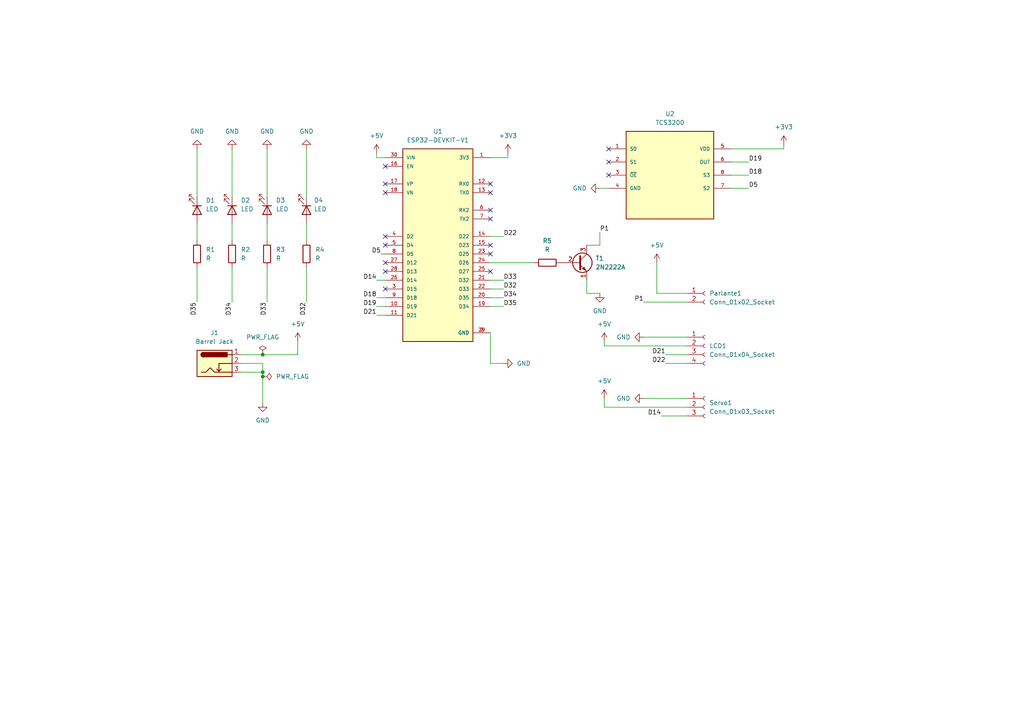
<source format=kicad_sch>
(kicad_sch (version 20230121) (generator eeschema)

  (uuid f5b6f2a1-0f45-4d4c-863d-0fdb4d5eb04a)

  (paper "A4")

  (lib_symbols
    (symbol "Connector:Barrel_Jack_Switch_Pin3Ring" (pin_names hide) (in_bom yes) (on_board yes)
      (property "Reference" "J" (at 0 5.334 0)
        (effects (font (size 1.27 1.27)))
      )
      (property "Value" "Barrel_Jack_Switch_Pin3Ring" (at 0 -5.08 0)
        (effects (font (size 1.27 1.27)))
      )
      (property "Footprint" "" (at 1.27 -1.016 0)
        (effects (font (size 1.27 1.27)) hide)
      )
      (property "Datasheet" "~" (at 1.27 -1.016 0)
        (effects (font (size 1.27 1.27)) hide)
      )
      (property "ki_keywords" "DC power barrel jack connector" (at 0 0 0)
        (effects (font (size 1.27 1.27)) hide)
      )
      (property "ki_description" "DC Barrel Jack with an internal switch" (at 0 0 0)
        (effects (font (size 1.27 1.27)) hide)
      )
      (property "ki_fp_filters" "BarrelJack*" (at 0 0 0)
        (effects (font (size 1.27 1.27)) hide)
      )
      (symbol "Barrel_Jack_Switch_Pin3Ring_0_1"
        (rectangle (start -5.08 3.81) (end 5.08 -3.81)
          (stroke (width 0.254) (type default))
          (fill (type background))
        )
        (arc (start -3.302 3.175) (mid -3.9343 2.54) (end -3.302 1.905)
          (stroke (width 0.254) (type default))
          (fill (type none))
        )
        (arc (start -3.302 3.175) (mid -3.9343 2.54) (end -3.302 1.905)
          (stroke (width 0.254) (type default))
          (fill (type outline))
        )
        (polyline
          (pts
            (xy 1.27 -2.286)
            (xy 1.905 -1.651)
          )
          (stroke (width 0.254) (type default))
          (fill (type none))
        )
        (polyline
          (pts
            (xy 5.08 2.54)
            (xy 3.81 2.54)
          )
          (stroke (width 0.254) (type default))
          (fill (type none))
        )
        (polyline
          (pts
            (xy 5.08 0)
            (xy 1.27 0)
            (xy 1.27 -2.286)
            (xy 0.635 -1.651)
          )
          (stroke (width 0.254) (type default))
          (fill (type none))
        )
        (polyline
          (pts
            (xy -3.81 -2.54)
            (xy -2.54 -2.54)
            (xy -1.27 -1.27)
            (xy 0 -2.54)
            (xy 2.54 -2.54)
            (xy 5.08 -2.54)
          )
          (stroke (width 0.254) (type default))
          (fill (type none))
        )
        (rectangle (start 3.683 3.175) (end -3.302 1.905)
          (stroke (width 0.254) (type default))
          (fill (type outline))
        )
      )
      (symbol "Barrel_Jack_Switch_Pin3Ring_1_1"
        (pin passive line (at 7.62 2.54 180) (length 2.54)
          (name "~" (effects (font (size 1.27 1.27))))
          (number "1" (effects (font (size 1.27 1.27))))
        )
        (pin passive line (at 7.62 0 180) (length 2.54)
          (name "~" (effects (font (size 1.27 1.27))))
          (number "2" (effects (font (size 1.27 1.27))))
        )
        (pin passive line (at 7.62 -2.54 180) (length 2.54)
          (name "~" (effects (font (size 1.27 1.27))))
          (number "3" (effects (font (size 1.27 1.27))))
        )
      )
    )
    (symbol "Connector:Conn_01x02_Socket" (pin_names (offset 1.016) hide) (in_bom yes) (on_board yes)
      (property "Reference" "J" (at 0 2.54 0)
        (effects (font (size 1.27 1.27)))
      )
      (property "Value" "Conn_01x02_Socket" (at 0 -5.08 0)
        (effects (font (size 1.27 1.27)))
      )
      (property "Footprint" "" (at 0 0 0)
        (effects (font (size 1.27 1.27)) hide)
      )
      (property "Datasheet" "~" (at 0 0 0)
        (effects (font (size 1.27 1.27)) hide)
      )
      (property "ki_locked" "" (at 0 0 0)
        (effects (font (size 1.27 1.27)))
      )
      (property "ki_keywords" "connector" (at 0 0 0)
        (effects (font (size 1.27 1.27)) hide)
      )
      (property "ki_description" "Generic connector, single row, 01x02, script generated" (at 0 0 0)
        (effects (font (size 1.27 1.27)) hide)
      )
      (property "ki_fp_filters" "Connector*:*_1x??_*" (at 0 0 0)
        (effects (font (size 1.27 1.27)) hide)
      )
      (symbol "Conn_01x02_Socket_1_1"
        (arc (start 0 -2.032) (mid -0.5058 -2.54) (end 0 -3.048)
          (stroke (width 0.1524) (type default))
          (fill (type none))
        )
        (polyline
          (pts
            (xy -1.27 -2.54)
            (xy -0.508 -2.54)
          )
          (stroke (width 0.1524) (type default))
          (fill (type none))
        )
        (polyline
          (pts
            (xy -1.27 0)
            (xy -0.508 0)
          )
          (stroke (width 0.1524) (type default))
          (fill (type none))
        )
        (arc (start 0 0.508) (mid -0.5058 0) (end 0 -0.508)
          (stroke (width 0.1524) (type default))
          (fill (type none))
        )
        (pin passive line (at -5.08 0 0) (length 3.81)
          (name "Pin_1" (effects (font (size 1.27 1.27))))
          (number "1" (effects (font (size 1.27 1.27))))
        )
        (pin passive line (at -5.08 -2.54 0) (length 3.81)
          (name "Pin_2" (effects (font (size 1.27 1.27))))
          (number "2" (effects (font (size 1.27 1.27))))
        )
      )
    )
    (symbol "Connector:Conn_01x03_Socket" (pin_names (offset 1.016) hide) (in_bom yes) (on_board yes)
      (property "Reference" "J" (at 0 5.08 0)
        (effects (font (size 1.27 1.27)))
      )
      (property "Value" "Conn_01x03_Socket" (at 0 -5.08 0)
        (effects (font (size 1.27 1.27)))
      )
      (property "Footprint" "" (at 0 0 0)
        (effects (font (size 1.27 1.27)) hide)
      )
      (property "Datasheet" "~" (at 0 0 0)
        (effects (font (size 1.27 1.27)) hide)
      )
      (property "ki_locked" "" (at 0 0 0)
        (effects (font (size 1.27 1.27)))
      )
      (property "ki_keywords" "connector" (at 0 0 0)
        (effects (font (size 1.27 1.27)) hide)
      )
      (property "ki_description" "Generic connector, single row, 01x03, script generated" (at 0 0 0)
        (effects (font (size 1.27 1.27)) hide)
      )
      (property "ki_fp_filters" "Connector*:*_1x??_*" (at 0 0 0)
        (effects (font (size 1.27 1.27)) hide)
      )
      (symbol "Conn_01x03_Socket_1_1"
        (arc (start 0 -2.032) (mid -0.5058 -2.54) (end 0 -3.048)
          (stroke (width 0.1524) (type default))
          (fill (type none))
        )
        (polyline
          (pts
            (xy -1.27 -2.54)
            (xy -0.508 -2.54)
          )
          (stroke (width 0.1524) (type default))
          (fill (type none))
        )
        (polyline
          (pts
            (xy -1.27 0)
            (xy -0.508 0)
          )
          (stroke (width 0.1524) (type default))
          (fill (type none))
        )
        (polyline
          (pts
            (xy -1.27 2.54)
            (xy -0.508 2.54)
          )
          (stroke (width 0.1524) (type default))
          (fill (type none))
        )
        (arc (start 0 0.508) (mid -0.5058 0) (end 0 -0.508)
          (stroke (width 0.1524) (type default))
          (fill (type none))
        )
        (arc (start 0 3.048) (mid -0.5058 2.54) (end 0 2.032)
          (stroke (width 0.1524) (type default))
          (fill (type none))
        )
        (pin passive line (at -5.08 2.54 0) (length 3.81)
          (name "Pin_1" (effects (font (size 1.27 1.27))))
          (number "1" (effects (font (size 1.27 1.27))))
        )
        (pin passive line (at -5.08 0 0) (length 3.81)
          (name "Pin_2" (effects (font (size 1.27 1.27))))
          (number "2" (effects (font (size 1.27 1.27))))
        )
        (pin passive line (at -5.08 -2.54 0) (length 3.81)
          (name "Pin_3" (effects (font (size 1.27 1.27))))
          (number "3" (effects (font (size 1.27 1.27))))
        )
      )
    )
    (symbol "Connector:Conn_01x04_Socket" (pin_names (offset 1.016) hide) (in_bom yes) (on_board yes)
      (property "Reference" "J" (at 0 5.08 0)
        (effects (font (size 1.27 1.27)))
      )
      (property "Value" "Conn_01x04_Socket" (at 0 -7.62 0)
        (effects (font (size 1.27 1.27)))
      )
      (property "Footprint" "" (at 0 0 0)
        (effects (font (size 1.27 1.27)) hide)
      )
      (property "Datasheet" "~" (at 0 0 0)
        (effects (font (size 1.27 1.27)) hide)
      )
      (property "ki_locked" "" (at 0 0 0)
        (effects (font (size 1.27 1.27)))
      )
      (property "ki_keywords" "connector" (at 0 0 0)
        (effects (font (size 1.27 1.27)) hide)
      )
      (property "ki_description" "Generic connector, single row, 01x04, script generated" (at 0 0 0)
        (effects (font (size 1.27 1.27)) hide)
      )
      (property "ki_fp_filters" "Connector*:*_1x??_*" (at 0 0 0)
        (effects (font (size 1.27 1.27)) hide)
      )
      (symbol "Conn_01x04_Socket_1_1"
        (arc (start 0 -4.572) (mid -0.5058 -5.08) (end 0 -5.588)
          (stroke (width 0.1524) (type default))
          (fill (type none))
        )
        (arc (start 0 -2.032) (mid -0.5058 -2.54) (end 0 -3.048)
          (stroke (width 0.1524) (type default))
          (fill (type none))
        )
        (polyline
          (pts
            (xy -1.27 -5.08)
            (xy -0.508 -5.08)
          )
          (stroke (width 0.1524) (type default))
          (fill (type none))
        )
        (polyline
          (pts
            (xy -1.27 -2.54)
            (xy -0.508 -2.54)
          )
          (stroke (width 0.1524) (type default))
          (fill (type none))
        )
        (polyline
          (pts
            (xy -1.27 0)
            (xy -0.508 0)
          )
          (stroke (width 0.1524) (type default))
          (fill (type none))
        )
        (polyline
          (pts
            (xy -1.27 2.54)
            (xy -0.508 2.54)
          )
          (stroke (width 0.1524) (type default))
          (fill (type none))
        )
        (arc (start 0 0.508) (mid -0.5058 0) (end 0 -0.508)
          (stroke (width 0.1524) (type default))
          (fill (type none))
        )
        (arc (start 0 3.048) (mid -0.5058 2.54) (end 0 2.032)
          (stroke (width 0.1524) (type default))
          (fill (type none))
        )
        (pin passive line (at -5.08 2.54 0) (length 3.81)
          (name "Pin_1" (effects (font (size 1.27 1.27))))
          (number "1" (effects (font (size 1.27 1.27))))
        )
        (pin passive line (at -5.08 0 0) (length 3.81)
          (name "Pin_2" (effects (font (size 1.27 1.27))))
          (number "2" (effects (font (size 1.27 1.27))))
        )
        (pin passive line (at -5.08 -2.54 0) (length 3.81)
          (name "Pin_3" (effects (font (size 1.27 1.27))))
          (number "3" (effects (font (size 1.27 1.27))))
        )
        (pin passive line (at -5.08 -5.08 0) (length 3.81)
          (name "Pin_4" (effects (font (size 1.27 1.27))))
          (number "4" (effects (font (size 1.27 1.27))))
        )
      )
    )
    (symbol "Device:LED" (pin_numbers hide) (pin_names (offset 1.016) hide) (in_bom yes) (on_board yes)
      (property "Reference" "D" (at 0 2.54 0)
        (effects (font (size 1.27 1.27)))
      )
      (property "Value" "LED" (at 0 -2.54 0)
        (effects (font (size 1.27 1.27)))
      )
      (property "Footprint" "" (at 0 0 0)
        (effects (font (size 1.27 1.27)) hide)
      )
      (property "Datasheet" "~" (at 0 0 0)
        (effects (font (size 1.27 1.27)) hide)
      )
      (property "ki_keywords" "LED diode" (at 0 0 0)
        (effects (font (size 1.27 1.27)) hide)
      )
      (property "ki_description" "Light emitting diode" (at 0 0 0)
        (effects (font (size 1.27 1.27)) hide)
      )
      (property "ki_fp_filters" "LED* LED_SMD:* LED_THT:*" (at 0 0 0)
        (effects (font (size 1.27 1.27)) hide)
      )
      (symbol "LED_0_1"
        (polyline
          (pts
            (xy -1.27 -1.27)
            (xy -1.27 1.27)
          )
          (stroke (width 0.254) (type default))
          (fill (type none))
        )
        (polyline
          (pts
            (xy -1.27 0)
            (xy 1.27 0)
          )
          (stroke (width 0) (type default))
          (fill (type none))
        )
        (polyline
          (pts
            (xy 1.27 -1.27)
            (xy 1.27 1.27)
            (xy -1.27 0)
            (xy 1.27 -1.27)
          )
          (stroke (width 0.254) (type default))
          (fill (type none))
        )
        (polyline
          (pts
            (xy -3.048 -0.762)
            (xy -4.572 -2.286)
            (xy -3.81 -2.286)
            (xy -4.572 -2.286)
            (xy -4.572 -1.524)
          )
          (stroke (width 0) (type default))
          (fill (type none))
        )
        (polyline
          (pts
            (xy -1.778 -0.762)
            (xy -3.302 -2.286)
            (xy -2.54 -2.286)
            (xy -3.302 -2.286)
            (xy -3.302 -1.524)
          )
          (stroke (width 0) (type default))
          (fill (type none))
        )
      )
      (symbol "LED_1_1"
        (pin passive line (at -3.81 0 0) (length 2.54)
          (name "K" (effects (font (size 1.27 1.27))))
          (number "1" (effects (font (size 1.27 1.27))))
        )
        (pin passive line (at 3.81 0 180) (length 2.54)
          (name "A" (effects (font (size 1.27 1.27))))
          (number "2" (effects (font (size 1.27 1.27))))
        )
      )
    )
    (symbol "Device:R" (pin_numbers hide) (pin_names (offset 0)) (in_bom yes) (on_board yes)
      (property "Reference" "R" (at 2.032 0 90)
        (effects (font (size 1.27 1.27)))
      )
      (property "Value" "R" (at 0 0 90)
        (effects (font (size 1.27 1.27)))
      )
      (property "Footprint" "" (at -1.778 0 90)
        (effects (font (size 1.27 1.27)) hide)
      )
      (property "Datasheet" "~" (at 0 0 0)
        (effects (font (size 1.27 1.27)) hide)
      )
      (property "ki_keywords" "R res resistor" (at 0 0 0)
        (effects (font (size 1.27 1.27)) hide)
      )
      (property "ki_description" "Resistor" (at 0 0 0)
        (effects (font (size 1.27 1.27)) hide)
      )
      (property "ki_fp_filters" "R_*" (at 0 0 0)
        (effects (font (size 1.27 1.27)) hide)
      )
      (symbol "R_0_1"
        (rectangle (start -1.016 -2.54) (end 1.016 2.54)
          (stroke (width 0.254) (type default))
          (fill (type none))
        )
      )
      (symbol "R_1_1"
        (pin passive line (at 0 3.81 270) (length 1.27)
          (name "~" (effects (font (size 1.27 1.27))))
          (number "1" (effects (font (size 1.27 1.27))))
        )
        (pin passive line (at 0 -3.81 90) (length 1.27)
          (name "~" (effects (font (size 1.27 1.27))))
          (number "2" (effects (font (size 1.27 1.27))))
        )
      )
    )
    (symbol "ESP32-DEVKIT-V1:ESP32-DEVKIT-V1" (pin_names (offset 1.016)) (in_bom yes) (on_board yes)
      (property "Reference" "U" (at -10.16 30.48 0)
        (effects (font (size 1.27 1.27)) (justify left bottom))
      )
      (property "Value" "ESP32-DEVKIT-V1" (at -10.16 -30.48 0)
        (effects (font (size 1.27 1.27)) (justify left bottom))
      )
      (property "Footprint" "MODULE_ESP32_DEVKIT_V1" (at 0 0 0)
        (effects (font (size 1.27 1.27)) (justify left bottom) hide)
      )
      (property "Datasheet" "" (at 0 0 0)
        (effects (font (size 1.27 1.27)) (justify left bottom) hide)
      )
      (property "MF" "Do it" (at 0 0 0)
        (effects (font (size 1.27 1.27)) (justify left bottom) hide)
      )
      (property "MAXIMUM_PACKAGE_HEIGHT" "6.8 mm" (at 0 0 0)
        (effects (font (size 1.27 1.27)) (justify left bottom) hide)
      )
      (property "Package" "None" (at 0 0 0)
        (effects (font (size 1.27 1.27)) (justify left bottom) hide)
      )
      (property "Price" "None" (at 0 0 0)
        (effects (font (size 1.27 1.27)) (justify left bottom) hide)
      )
      (property "Check_prices" "https://www.snapeda.com/parts/ESP32-DEVKIT-V1/Do+it/view-part/?ref=eda" (at 0 0 0)
        (effects (font (size 1.27 1.27)) (justify left bottom) hide)
      )
      (property "STANDARD" "Manufacturer Recommendations" (at 0 0 0)
        (effects (font (size 1.27 1.27)) (justify left bottom) hide)
      )
      (property "PARTREV" "N/A" (at 0 0 0)
        (effects (font (size 1.27 1.27)) (justify left bottom) hide)
      )
      (property "SnapEDA_Link" "https://www.snapeda.com/parts/ESP32-DEVKIT-V1/Do+it/view-part/?ref=snap" (at 0 0 0)
        (effects (font (size 1.27 1.27)) (justify left bottom) hide)
      )
      (property "MP" "ESP32-DEVKIT-V1" (at 0 0 0)
        (effects (font (size 1.27 1.27)) (justify left bottom) hide)
      )
      (property "Description" "\\nDual core, Wi-Fi: 2.4 GHz up to 150 Mbits/s,BLE (Bluetooth Low Energy) and legacy Bluetooth, 32 bits, Up to 240 MHz\\n" (at 0 0 0)
        (effects (font (size 1.27 1.27)) (justify left bottom) hide)
      )
      (property "Availability" "Not in stock" (at 0 0 0)
        (effects (font (size 1.27 1.27)) (justify left bottom) hide)
      )
      (property "MANUFACTURER" "DOIT" (at 0 0 0)
        (effects (font (size 1.27 1.27)) (justify left bottom) hide)
      )
      (property "ki_locked" "" (at 0 0 0)
        (effects (font (size 1.27 1.27)))
      )
      (symbol "ESP32-DEVKIT-V1_0_0"
        (rectangle (start -10.16 -27.94) (end 10.16 27.94)
          (stroke (width 0.254) (type solid))
          (fill (type background))
        )
        (pin output line (at 15.24 25.4 180) (length 5.08)
          (name "3V3" (effects (font (size 1.016 1.016))))
          (number "1" (effects (font (size 1.016 1.016))))
        )
        (pin bidirectional line (at -15.24 -17.78 0) (length 5.08)
          (name "D19" (effects (font (size 1.016 1.016))))
          (number "10" (effects (font (size 1.016 1.016))))
        )
        (pin bidirectional line (at -15.24 -20.32 0) (length 5.08)
          (name "D21" (effects (font (size 1.016 1.016))))
          (number "11" (effects (font (size 1.016 1.016))))
        )
        (pin input line (at 15.24 17.78 180) (length 5.08)
          (name "RX0" (effects (font (size 1.016 1.016))))
          (number "12" (effects (font (size 1.016 1.016))))
        )
        (pin output line (at 15.24 15.24 180) (length 5.08)
          (name "TX0" (effects (font (size 1.016 1.016))))
          (number "13" (effects (font (size 1.016 1.016))))
        )
        (pin bidirectional line (at 15.24 2.54 180) (length 5.08)
          (name "D22" (effects (font (size 1.016 1.016))))
          (number "14" (effects (font (size 1.016 1.016))))
        )
        (pin bidirectional line (at 15.24 0 180) (length 5.08)
          (name "D23" (effects (font (size 1.016 1.016))))
          (number "15" (effects (font (size 1.016 1.016))))
        )
        (pin input line (at -15.24 22.86 0) (length 5.08)
          (name "EN" (effects (font (size 1.016 1.016))))
          (number "16" (effects (font (size 1.016 1.016))))
        )
        (pin bidirectional line (at -15.24 17.78 0) (length 5.08)
          (name "VP" (effects (font (size 1.016 1.016))))
          (number "17" (effects (font (size 1.016 1.016))))
        )
        (pin bidirectional line (at -15.24 15.24 0) (length 5.08)
          (name "VN" (effects (font (size 1.016 1.016))))
          (number "18" (effects (font (size 1.016 1.016))))
        )
        (pin bidirectional line (at 15.24 -17.78 180) (length 5.08)
          (name "D34" (effects (font (size 1.016 1.016))))
          (number "19" (effects (font (size 1.016 1.016))))
        )
        (pin power_in line (at 15.24 -25.4 180) (length 5.08)
          (name "GND" (effects (font (size 1.016 1.016))))
          (number "2" (effects (font (size 1.016 1.016))))
        )
        (pin bidirectional line (at 15.24 -15.24 180) (length 5.08)
          (name "D35" (effects (font (size 1.016 1.016))))
          (number "20" (effects (font (size 1.016 1.016))))
        )
        (pin bidirectional line (at 15.24 -10.16 180) (length 5.08)
          (name "D32" (effects (font (size 1.016 1.016))))
          (number "21" (effects (font (size 1.016 1.016))))
        )
        (pin bidirectional line (at 15.24 -12.7 180) (length 5.08)
          (name "D33" (effects (font (size 1.016 1.016))))
          (number "22" (effects (font (size 1.016 1.016))))
        )
        (pin bidirectional line (at 15.24 -2.54 180) (length 5.08)
          (name "D25" (effects (font (size 1.016 1.016))))
          (number "23" (effects (font (size 1.016 1.016))))
        )
        (pin bidirectional line (at 15.24 -5.08 180) (length 5.08)
          (name "D26" (effects (font (size 1.016 1.016))))
          (number "24" (effects (font (size 1.016 1.016))))
        )
        (pin bidirectional line (at 15.24 -7.62 180) (length 5.08)
          (name "D27" (effects (font (size 1.016 1.016))))
          (number "25" (effects (font (size 1.016 1.016))))
        )
        (pin bidirectional line (at -15.24 -10.16 0) (length 5.08)
          (name "D14" (effects (font (size 1.016 1.016))))
          (number "26" (effects (font (size 1.016 1.016))))
        )
        (pin bidirectional line (at -15.24 -5.08 0) (length 5.08)
          (name "D12" (effects (font (size 1.016 1.016))))
          (number "27" (effects (font (size 1.016 1.016))))
        )
        (pin bidirectional line (at -15.24 -7.62 0) (length 5.08)
          (name "D13" (effects (font (size 1.016 1.016))))
          (number "28" (effects (font (size 1.016 1.016))))
        )
        (pin power_in line (at 15.24 -25.4 180) (length 5.08)
          (name "GND" (effects (font (size 1.016 1.016))))
          (number "29" (effects (font (size 1.016 1.016))))
        )
        (pin bidirectional line (at -15.24 -12.7 0) (length 5.08)
          (name "D15" (effects (font (size 1.016 1.016))))
          (number "3" (effects (font (size 1.016 1.016))))
        )
        (pin input line (at -15.24 25.4 0) (length 5.08)
          (name "VIN" (effects (font (size 1.016 1.016))))
          (number "30" (effects (font (size 1.016 1.016))))
        )
        (pin bidirectional line (at -15.24 2.54 0) (length 5.08)
          (name "D2" (effects (font (size 1.016 1.016))))
          (number "4" (effects (font (size 1.016 1.016))))
        )
        (pin bidirectional line (at -15.24 0 0) (length 5.08)
          (name "D4" (effects (font (size 1.016 1.016))))
          (number "5" (effects (font (size 1.016 1.016))))
        )
        (pin input line (at 15.24 10.16 180) (length 5.08)
          (name "RX2" (effects (font (size 1.016 1.016))))
          (number "6" (effects (font (size 1.016 1.016))))
        )
        (pin output line (at 15.24 7.62 180) (length 5.08)
          (name "TX2" (effects (font (size 1.016 1.016))))
          (number "7" (effects (font (size 1.016 1.016))))
        )
        (pin bidirectional line (at -15.24 -2.54 0) (length 5.08)
          (name "D5" (effects (font (size 1.016 1.016))))
          (number "8" (effects (font (size 1.016 1.016))))
        )
        (pin bidirectional line (at -15.24 -15.24 0) (length 5.08)
          (name "D18" (effects (font (size 1.016 1.016))))
          (number "9" (effects (font (size 1.016 1.016))))
        )
      )
    )
    (symbol "TCS3200:TCS3200" (pin_names (offset 1.016)) (in_bom yes) (on_board yes)
      (property "Reference" "U" (at -12.7 13.7 0)
        (effects (font (size 1.27 1.27)) (justify left bottom))
      )
      (property "Value" "TCS3200" (at -12.7 -15.24 0)
        (effects (font (size 1.27 1.27)) (justify left bottom))
      )
      (property "Footprint" "TCS3200:SOIC127P600X175-8N" (at -1.27 20.32 0)
        (effects (font (size 1.27 1.27)) (justify bottom) hide)
      )
      (property "Datasheet" "" (at 0 0 0)
        (effects (font (size 1.27 1.27)) hide)
      )
      (property "MF" "ams" (at 0 15.24 0)
        (effects (font (size 1.27 1.27)) (justify bottom) hide)
      )
      (property "Description" "\nLight to Frequency Ambient Light Sensor Digital 5V 8-Pin SOIC T/R\n" (at 0 -17.78 0)
        (effects (font (size 1.27 1.27)) (justify bottom) hide)
      )
      (property "Package" "SOIC-8 ams" (at 24.13 -12.7 0)
        (effects (font (size 1.27 1.27)) (justify bottom) hide)
      )
      (property "Price" "None" (at 24.13 -12.7 0)
        (effects (font (size 1.27 1.27)) (justify bottom) hide)
      )
      (property "SnapEDA_Link" "https://www.snapeda.com/parts/TCS3200/ams/view-part/?ref=snap" (at 0 -21.59 0)
        (effects (font (size 1.27 1.27)) (justify bottom) hide)
      )
      (property "MP" "TCS3200" (at 0 17.78 0)
        (effects (font (size 1.27 1.27)) (justify bottom) hide)
      )
      (property "Availability" "In Stock" (at 24.13 -12.7 0)
        (effects (font (size 1.27 1.27)) (justify bottom) hide)
      )
      (property "Check_prices" "https://www.snapeda.com/parts/TCS3200/ams/view-part/?ref=eda" (at 1.27 -25.4 0)
        (effects (font (size 1.27 1.27)) (justify bottom) hide)
      )
      (symbol "TCS3200_0_0"
        (rectangle (start -12.7 12.7) (end 12.7 -12.7)
          (stroke (width 0.254) (type default))
          (fill (type background))
        )
        (pin input line (at -17.78 7.62 0) (length 5.08)
          (name "S0" (effects (font (size 1.016 1.016))))
          (number "1" (effects (font (size 1.016 1.016))))
        )
        (pin input line (at -17.78 3.81 0) (length 5.08)
          (name "S1" (effects (font (size 1.016 1.016))))
          (number "2" (effects (font (size 1.016 1.016))))
        )
        (pin input line (at -17.78 0 0) (length 5.08)
          (name "~{OE}" (effects (font (size 1.016 1.016))))
          (number "3" (effects (font (size 1.016 1.016))))
        )
        (pin power_in line (at -17.78 -3.81 0) (length 5.08)
          (name "GND" (effects (font (size 1.016 1.016))))
          (number "4" (effects (font (size 1.016 1.016))))
        )
        (pin power_in line (at 17.78 7.62 180) (length 5.08)
          (name "VDD" (effects (font (size 1.016 1.016))))
          (number "5" (effects (font (size 1.016 1.016))))
        )
        (pin output line (at 17.78 3.81 180) (length 5.08)
          (name "OUT" (effects (font (size 1.016 1.016))))
          (number "6" (effects (font (size 1.016 1.016))))
        )
        (pin input line (at 17.78 -3.81 180) (length 5.08)
          (name "S2" (effects (font (size 1.016 1.016))))
          (number "7" (effects (font (size 1.016 1.016))))
        )
        (pin input line (at 17.78 0 180) (length 5.08)
          (name "S3" (effects (font (size 1.016 1.016))))
          (number "8" (effects (font (size 1.016 1.016))))
        )
      )
    )
    (symbol "Transistor_BJT:2N2219" (pin_names (offset 0) hide) (in_bom yes) (on_board yes)
      (property "Reference" "Q" (at 5.08 1.905 0)
        (effects (font (size 1.27 1.27)) (justify left))
      )
      (property "Value" "2N2219" (at 5.08 0 0)
        (effects (font (size 1.27 1.27)) (justify left))
      )
      (property "Footprint" "Package_TO_SOT_THT:TO-39-3" (at 5.08 -1.905 0)
        (effects (font (size 1.27 1.27) italic) (justify left) hide)
      )
      (property "Datasheet" "http://www.onsemi.com/pub_link/Collateral/2N2219-D.PDF" (at 0 0 0)
        (effects (font (size 1.27 1.27)) (justify left) hide)
      )
      (property "ki_keywords" "NPN Transistor" (at 0 0 0)
        (effects (font (size 1.27 1.27)) hide)
      )
      (property "ki_description" "800mA Ic, 50V Vce, NPN Transistor, TO-39" (at 0 0 0)
        (effects (font (size 1.27 1.27)) hide)
      )
      (property "ki_fp_filters" "TO?39*" (at 0 0 0)
        (effects (font (size 1.27 1.27)) hide)
      )
      (symbol "2N2219_0_1"
        (polyline
          (pts
            (xy 0.635 0.635)
            (xy 2.54 2.54)
          )
          (stroke (width 0) (type default))
          (fill (type none))
        )
        (polyline
          (pts
            (xy 0.635 -0.635)
            (xy 2.54 -2.54)
            (xy 2.54 -2.54)
          )
          (stroke (width 0) (type default))
          (fill (type none))
        )
        (polyline
          (pts
            (xy 0.635 1.905)
            (xy 0.635 -1.905)
            (xy 0.635 -1.905)
          )
          (stroke (width 0.508) (type default))
          (fill (type none))
        )
        (polyline
          (pts
            (xy 1.27 -1.778)
            (xy 1.778 -1.27)
            (xy 2.286 -2.286)
            (xy 1.27 -1.778)
            (xy 1.27 -1.778)
          )
          (stroke (width 0) (type default))
          (fill (type outline))
        )
        (circle (center 1.27 0) (radius 2.8194)
          (stroke (width 0.254) (type default))
          (fill (type none))
        )
      )
      (symbol "2N2219_1_1"
        (pin passive line (at 2.54 -5.08 90) (length 2.54)
          (name "E" (effects (font (size 1.27 1.27))))
          (number "1" (effects (font (size 1.27 1.27))))
        )
        (pin passive line (at -5.08 0 0) (length 5.715)
          (name "B" (effects (font (size 1.27 1.27))))
          (number "2" (effects (font (size 1.27 1.27))))
        )
        (pin passive line (at 2.54 5.08 270) (length 2.54)
          (name "C" (effects (font (size 1.27 1.27))))
          (number "3" (effects (font (size 1.27 1.27))))
        )
      )
    )
    (symbol "power:+3V3" (power) (pin_names (offset 0)) (in_bom yes) (on_board yes)
      (property "Reference" "#PWR" (at 0 -3.81 0)
        (effects (font (size 1.27 1.27)) hide)
      )
      (property "Value" "+3V3" (at 0 3.556 0)
        (effects (font (size 1.27 1.27)))
      )
      (property "Footprint" "" (at 0 0 0)
        (effects (font (size 1.27 1.27)) hide)
      )
      (property "Datasheet" "" (at 0 0 0)
        (effects (font (size 1.27 1.27)) hide)
      )
      (property "ki_keywords" "global power" (at 0 0 0)
        (effects (font (size 1.27 1.27)) hide)
      )
      (property "ki_description" "Power symbol creates a global label with name \"+3V3\"" (at 0 0 0)
        (effects (font (size 1.27 1.27)) hide)
      )
      (symbol "+3V3_0_1"
        (polyline
          (pts
            (xy -0.762 1.27)
            (xy 0 2.54)
          )
          (stroke (width 0) (type default))
          (fill (type none))
        )
        (polyline
          (pts
            (xy 0 0)
            (xy 0 2.54)
          )
          (stroke (width 0) (type default))
          (fill (type none))
        )
        (polyline
          (pts
            (xy 0 2.54)
            (xy 0.762 1.27)
          )
          (stroke (width 0) (type default))
          (fill (type none))
        )
      )
      (symbol "+3V3_1_1"
        (pin power_in line (at 0 0 90) (length 0) hide
          (name "+3V3" (effects (font (size 1.27 1.27))))
          (number "1" (effects (font (size 1.27 1.27))))
        )
      )
    )
    (symbol "power:+5V" (power) (pin_names (offset 0)) (in_bom yes) (on_board yes)
      (property "Reference" "#PWR" (at 0 -3.81 0)
        (effects (font (size 1.27 1.27)) hide)
      )
      (property "Value" "+5V" (at 0 3.556 0)
        (effects (font (size 1.27 1.27)))
      )
      (property "Footprint" "" (at 0 0 0)
        (effects (font (size 1.27 1.27)) hide)
      )
      (property "Datasheet" "" (at 0 0 0)
        (effects (font (size 1.27 1.27)) hide)
      )
      (property "ki_keywords" "global power" (at 0 0 0)
        (effects (font (size 1.27 1.27)) hide)
      )
      (property "ki_description" "Power symbol creates a global label with name \"+5V\"" (at 0 0 0)
        (effects (font (size 1.27 1.27)) hide)
      )
      (symbol "+5V_0_1"
        (polyline
          (pts
            (xy -0.762 1.27)
            (xy 0 2.54)
          )
          (stroke (width 0) (type default))
          (fill (type none))
        )
        (polyline
          (pts
            (xy 0 0)
            (xy 0 2.54)
          )
          (stroke (width 0) (type default))
          (fill (type none))
        )
        (polyline
          (pts
            (xy 0 2.54)
            (xy 0.762 1.27)
          )
          (stroke (width 0) (type default))
          (fill (type none))
        )
      )
      (symbol "+5V_1_1"
        (pin power_in line (at 0 0 90) (length 0) hide
          (name "+5V" (effects (font (size 1.27 1.27))))
          (number "1" (effects (font (size 1.27 1.27))))
        )
      )
    )
    (symbol "power:GND" (power) (pin_names (offset 0)) (in_bom yes) (on_board yes)
      (property "Reference" "#PWR" (at 0 -6.35 0)
        (effects (font (size 1.27 1.27)) hide)
      )
      (property "Value" "GND" (at 0 -3.81 0)
        (effects (font (size 1.27 1.27)))
      )
      (property "Footprint" "" (at 0 0 0)
        (effects (font (size 1.27 1.27)) hide)
      )
      (property "Datasheet" "" (at 0 0 0)
        (effects (font (size 1.27 1.27)) hide)
      )
      (property "ki_keywords" "global power" (at 0 0 0)
        (effects (font (size 1.27 1.27)) hide)
      )
      (property "ki_description" "Power symbol creates a global label with name \"GND\" , ground" (at 0 0 0)
        (effects (font (size 1.27 1.27)) hide)
      )
      (symbol "GND_0_1"
        (polyline
          (pts
            (xy 0 0)
            (xy 0 -1.27)
            (xy 1.27 -1.27)
            (xy 0 -2.54)
            (xy -1.27 -1.27)
            (xy 0 -1.27)
          )
          (stroke (width 0) (type default))
          (fill (type none))
        )
      )
      (symbol "GND_1_1"
        (pin power_in line (at 0 0 270) (length 0) hide
          (name "GND" (effects (font (size 1.27 1.27))))
          (number "1" (effects (font (size 1.27 1.27))))
        )
      )
    )
    (symbol "power:PWR_FLAG" (power) (pin_numbers hide) (pin_names (offset 0) hide) (in_bom yes) (on_board yes)
      (property "Reference" "#FLG" (at 0 1.905 0)
        (effects (font (size 1.27 1.27)) hide)
      )
      (property "Value" "PWR_FLAG" (at 0 3.81 0)
        (effects (font (size 1.27 1.27)))
      )
      (property "Footprint" "" (at 0 0 0)
        (effects (font (size 1.27 1.27)) hide)
      )
      (property "Datasheet" "~" (at 0 0 0)
        (effects (font (size 1.27 1.27)) hide)
      )
      (property "ki_keywords" "flag power" (at 0 0 0)
        (effects (font (size 1.27 1.27)) hide)
      )
      (property "ki_description" "Special symbol for telling ERC where power comes from" (at 0 0 0)
        (effects (font (size 1.27 1.27)) hide)
      )
      (symbol "PWR_FLAG_0_0"
        (pin power_out line (at 0 0 90) (length 0)
          (name "pwr" (effects (font (size 1.27 1.27))))
          (number "1" (effects (font (size 1.27 1.27))))
        )
      )
      (symbol "PWR_FLAG_0_1"
        (polyline
          (pts
            (xy 0 0)
            (xy 0 1.27)
            (xy -1.016 1.905)
            (xy 0 2.54)
            (xy 1.016 1.905)
            (xy 0 1.27)
          )
          (stroke (width 0) (type default))
          (fill (type none))
        )
      )
    )
  )

  (junction (at 76.2 102.87) (diameter 0) (color 0 0 0 0)
    (uuid 4c3f52c6-ad8f-4165-9573-3fe38db444be)
  )
  (junction (at 76.2 107.95) (diameter 0) (color 0 0 0 0)
    (uuid b0286d4d-57b4-44cc-8ca1-4cde63b74a40)
  )
  (junction (at 76.2 109.22) (diameter 0) (color 0 0 0 0)
    (uuid e2a72da3-e656-4120-93ed-227af82a391c)
  )

  (no_connect (at 142.24 78.74) (uuid 19099752-f9e3-4432-a452-159e38494312))
  (no_connect (at 142.24 63.5) (uuid 3c6e8181-2244-472c-aacc-d9bf1ad5fac8))
  (no_connect (at 111.76 48.26) (uuid 5d4ffd10-347c-4902-8293-f2f11bac56c8))
  (no_connect (at 111.76 71.12) (uuid 628f86cb-5ffb-416b-8693-03b28ab0232a))
  (no_connect (at 176.53 50.8) (uuid 6929bb18-d8a8-4a01-823b-cda699c800ec))
  (no_connect (at 111.76 78.74) (uuid 7315901f-daff-4116-82b8-b34b15d6fa9d))
  (no_connect (at 111.76 68.58) (uuid 8006f172-ea7b-4154-832c-2741006c9fcc))
  (no_connect (at 111.76 83.82) (uuid 8ceb0ed6-72a6-4f52-9d5c-cfa26e209b85))
  (no_connect (at 176.53 46.99) (uuid b2b702b3-1939-4172-82b7-832ffbabf4c1))
  (no_connect (at 111.76 53.34) (uuid b7c31048-77a0-4416-9e21-0f92e99c8b14))
  (no_connect (at 142.24 71.12) (uuid bb65310d-c706-4050-9916-bc1a60e899f6))
  (no_connect (at 176.53 43.18) (uuid c14cb390-8086-4f49-96cd-f81af834e6a1))
  (no_connect (at 142.24 55.88) (uuid cecba076-71c5-445d-bc95-54a03ecd4a50))
  (no_connect (at 111.76 55.88) (uuid e59739d8-4fc7-4ca7-9a37-95ef8269f76c))
  (no_connect (at 142.24 60.96) (uuid e7663891-3111-4d64-8bde-aaa2b0c71c42))
  (no_connect (at 142.24 73.66) (uuid ea72bd12-be12-4077-83de-601e60ef3bb5))
  (no_connect (at 142.24 53.34) (uuid f52e5bf2-ffb7-44d8-9afa-59c3884d55f0))
  (no_connect (at 111.76 76.2) (uuid ff3af360-f8e5-4b65-b638-f13d462a0a8d))

  (wire (pts (xy 142.24 105.41) (xy 146.05 105.41))
    (stroke (width 0) (type default))
    (uuid 03eb5028-87eb-4ca2-ace0-4f75955612d5)
  )
  (wire (pts (xy 76.2 109.22) (xy 76.2 116.84))
    (stroke (width 0) (type default))
    (uuid 0751d602-0471-4338-bbd5-ba9dc9e23285)
  )
  (wire (pts (xy 186.69 115.57) (xy 199.39 115.57))
    (stroke (width 0) (type default))
    (uuid 08676a6f-a1d1-46b1-b914-9e103d00fc58)
  )
  (wire (pts (xy 76.2 107.95) (xy 76.2 109.22))
    (stroke (width 0) (type default))
    (uuid 0907b1f5-3124-4a45-ae31-93b1978c3731)
  )
  (wire (pts (xy 142.24 83.82) (xy 146.05 83.82))
    (stroke (width 0) (type default))
    (uuid 0a880126-c1a3-480c-a7b6-d1ac869595c9)
  )
  (wire (pts (xy 170.18 71.12) (xy 173.99 71.12))
    (stroke (width 0) (type default))
    (uuid 0b5a73d3-3baa-48b3-abdf-d97e55d64e36)
  )
  (wire (pts (xy 69.85 107.95) (xy 76.2 107.95))
    (stroke (width 0) (type default))
    (uuid 180e0a55-29aa-4acb-9cd6-cc2305a1ed63)
  )
  (wire (pts (xy 109.22 81.28) (xy 111.76 81.28))
    (stroke (width 0) (type default))
    (uuid 1d26ada8-faf5-41fc-a147-89c354044b9f)
  )
  (wire (pts (xy 170.18 81.28) (xy 170.18 85.09))
    (stroke (width 0) (type default))
    (uuid 22e726bb-f236-4924-b118-84ac1f06b148)
  )
  (wire (pts (xy 88.9 87.63) (xy 88.9 77.47))
    (stroke (width 0) (type default))
    (uuid 238919b4-18ac-45ef-8b29-e4bd3e0a74b1)
  )
  (wire (pts (xy 186.69 97.79) (xy 199.39 97.79))
    (stroke (width 0) (type default))
    (uuid 23efde3b-7178-4581-b1cb-ebcd3f46a989)
  )
  (wire (pts (xy 57.15 64.77) (xy 57.15 69.85))
    (stroke (width 0) (type default))
    (uuid 2972f2b5-017e-4fff-8997-c97d60f906db)
  )
  (wire (pts (xy 212.09 46.99) (xy 217.17 46.99))
    (stroke (width 0) (type default))
    (uuid 29ba1124-6761-423e-90d9-ee06c15e8ba9)
  )
  (wire (pts (xy 88.9 43.18) (xy 88.9 57.15))
    (stroke (width 0) (type default))
    (uuid 29cec310-6db9-4c7a-9ee8-d50f60d92755)
  )
  (wire (pts (xy 69.85 105.41) (xy 76.2 105.41))
    (stroke (width 0) (type default))
    (uuid 2b5d6a98-1e37-41ab-b04b-b27d83e15f5e)
  )
  (wire (pts (xy 109.22 45.72) (xy 111.76 45.72))
    (stroke (width 0) (type default))
    (uuid 31b5ca69-24d0-418a-8f09-3927ea79506a)
  )
  (wire (pts (xy 76.2 102.87) (xy 86.36 102.87))
    (stroke (width 0) (type default))
    (uuid 3381229f-47b6-4716-888a-193a743f07d3)
  )
  (wire (pts (xy 67.31 77.47) (xy 67.31 87.63))
    (stroke (width 0) (type default))
    (uuid 3415b5de-611a-42a6-b3a1-ca1c56bc1674)
  )
  (wire (pts (xy 109.22 44.45) (xy 109.22 45.72))
    (stroke (width 0) (type default))
    (uuid 368f1305-2e6a-4b5c-b732-328d271042fb)
  )
  (wire (pts (xy 67.31 43.18) (xy 67.31 57.15))
    (stroke (width 0) (type default))
    (uuid 3c178a1b-3b5a-4647-b116-80aed3d79ebe)
  )
  (wire (pts (xy 88.9 64.77) (xy 88.9 69.85))
    (stroke (width 0) (type default))
    (uuid 42868dee-21c8-47a8-9d8f-f81ab5d94975)
  )
  (wire (pts (xy 227.33 41.91) (xy 227.33 43.18))
    (stroke (width 0) (type default))
    (uuid 4ee3a9f4-9921-445f-b02e-c29726c26845)
  )
  (wire (pts (xy 109.22 86.36) (xy 111.76 86.36))
    (stroke (width 0) (type default))
    (uuid 51c36dba-fc27-41e1-acff-06209bd9104a)
  )
  (wire (pts (xy 142.24 86.36) (xy 146.05 86.36))
    (stroke (width 0) (type default))
    (uuid 54ae1ff5-c96f-4db0-9c8c-0209e72902f1)
  )
  (wire (pts (xy 186.69 87.63) (xy 199.39 87.63))
    (stroke (width 0) (type default))
    (uuid 58ab08c4-78b7-479d-a66e-2f06fc9157ff)
  )
  (wire (pts (xy 67.31 64.77) (xy 67.31 69.85))
    (stroke (width 0) (type default))
    (uuid 5a629c4b-1bc5-4c32-983e-2b1540ce97ee)
  )
  (wire (pts (xy 77.47 77.47) (xy 77.47 87.63))
    (stroke (width 0) (type default))
    (uuid 5e1bb5af-83f9-4384-b09c-c798e5dde1cc)
  )
  (wire (pts (xy 142.24 88.9) (xy 146.05 88.9))
    (stroke (width 0) (type default))
    (uuid 60dc9785-a15c-43a0-a627-390840ee05a1)
  )
  (wire (pts (xy 175.26 118.11) (xy 175.26 115.57))
    (stroke (width 0) (type default))
    (uuid 7c1b8dd1-6c12-46b2-81b0-76141ec407c0)
  )
  (wire (pts (xy 76.2 105.41) (xy 76.2 107.95))
    (stroke (width 0) (type default))
    (uuid 80e3d4bc-7a8b-4cde-8287-0c946136963d)
  )
  (wire (pts (xy 77.47 64.77) (xy 77.47 69.85))
    (stroke (width 0) (type default))
    (uuid 87cfe042-878a-4529-abe0-3184d973e516)
  )
  (wire (pts (xy 212.09 54.61) (xy 217.17 54.61))
    (stroke (width 0) (type default))
    (uuid 8ca3ad63-2040-4887-8d23-1c3ec35154fc)
  )
  (wire (pts (xy 69.85 102.87) (xy 76.2 102.87))
    (stroke (width 0) (type default))
    (uuid 8d7f1cdf-308d-4891-b9f9-3aad493ec66b)
  )
  (wire (pts (xy 142.24 76.2) (xy 154.94 76.2))
    (stroke (width 0) (type default))
    (uuid 935a4f10-51d6-4e3a-83bf-c60764cc43a2)
  )
  (wire (pts (xy 175.26 118.11) (xy 199.39 118.11))
    (stroke (width 0) (type default))
    (uuid 98ca7c96-49ce-4d09-b861-3cc1a6875e9d)
  )
  (wire (pts (xy 110.49 73.66) (xy 111.76 73.66))
    (stroke (width 0) (type default))
    (uuid 999837d0-a692-4eaa-90cb-264bf3c5536a)
  )
  (wire (pts (xy 86.36 102.87) (xy 86.36 99.06))
    (stroke (width 0) (type default))
    (uuid 9d6de83f-7d5b-466b-930e-1c978cb4ec2f)
  )
  (wire (pts (xy 77.47 43.18) (xy 77.47 57.15))
    (stroke (width 0) (type default))
    (uuid 9ef72b4a-d013-458d-b2fd-701732373618)
  )
  (wire (pts (xy 176.53 54.61) (xy 173.99 54.61))
    (stroke (width 0) (type default))
    (uuid 9fdb9d25-bf80-4a7e-9cce-75c5a3b826b3)
  )
  (wire (pts (xy 193.04 105.41) (xy 199.39 105.41))
    (stroke (width 0) (type default))
    (uuid a006ba2f-801f-49a7-a3d7-853d75de7599)
  )
  (wire (pts (xy 142.24 96.52) (xy 142.24 105.41))
    (stroke (width 0) (type default))
    (uuid a0b5f07e-89fc-4e18-b6cc-83209f75c91c)
  )
  (wire (pts (xy 147.32 44.45) (xy 147.32 45.72))
    (stroke (width 0) (type default))
    (uuid a408199a-5006-4a60-9c4f-4b7ed1f23407)
  )
  (wire (pts (xy 212.09 43.18) (xy 227.33 43.18))
    (stroke (width 0) (type default))
    (uuid a9ca475d-da04-4e27-aa10-4249cc1773f4)
  )
  (wire (pts (xy 170.18 85.09) (xy 173.99 85.09))
    (stroke (width 0) (type default))
    (uuid ab2a12b9-b3c9-4ef3-91ad-2c3d58baa43f)
  )
  (wire (pts (xy 199.39 85.09) (xy 190.5 85.09))
    (stroke (width 0) (type default))
    (uuid b0f4a9bd-b97f-4c68-9a0e-0fe928c34eb5)
  )
  (wire (pts (xy 142.24 81.28) (xy 146.05 81.28))
    (stroke (width 0) (type default))
    (uuid b2089661-641e-4fbb-ac87-6a137b1c4b57)
  )
  (wire (pts (xy 109.22 91.44) (xy 111.76 91.44))
    (stroke (width 0) (type default))
    (uuid b575512f-bfa9-476b-859a-74d721388ab4)
  )
  (wire (pts (xy 193.04 102.87) (xy 199.39 102.87))
    (stroke (width 0) (type default))
    (uuid b5b59307-560d-48ab-b3f3-d81d49dbab75)
  )
  (wire (pts (xy 57.15 77.47) (xy 57.15 87.63))
    (stroke (width 0) (type default))
    (uuid b7c4065e-0645-4e57-bb41-d3ff7c3d45f3)
  )
  (wire (pts (xy 57.15 57.15) (xy 57.15 43.18))
    (stroke (width 0) (type default))
    (uuid bc1415b2-263e-4294-9894-f19e418103c6)
  )
  (wire (pts (xy 175.26 100.33) (xy 175.26 99.06))
    (stroke (width 0) (type default))
    (uuid bdba629d-3c98-4c87-9798-b30905559690)
  )
  (wire (pts (xy 147.32 45.72) (xy 142.24 45.72))
    (stroke (width 0) (type default))
    (uuid c59510b7-1396-40b2-a71c-a56e3ea44d0d)
  )
  (wire (pts (xy 109.22 88.9) (xy 111.76 88.9))
    (stroke (width 0) (type default))
    (uuid c61132e2-ac70-468d-8904-46f1f627b779)
  )
  (wire (pts (xy 175.26 100.33) (xy 199.39 100.33))
    (stroke (width 0) (type default))
    (uuid c8ef73de-c57a-4940-a4ba-54c9ce4f336c)
  )
  (wire (pts (xy 191.77 120.65) (xy 199.39 120.65))
    (stroke (width 0) (type default))
    (uuid cd972e82-4fa8-411c-a2c2-11fac7594dd4)
  )
  (wire (pts (xy 173.99 71.12) (xy 173.99 67.31))
    (stroke (width 0) (type default))
    (uuid dc1bf65f-8805-4851-997b-a3a447871211)
  )
  (wire (pts (xy 217.17 50.8) (xy 212.09 50.8))
    (stroke (width 0) (type default))
    (uuid e546a8bc-a8f1-4100-8cc0-6d087867859d)
  )
  (wire (pts (xy 142.24 68.58) (xy 146.05 68.58))
    (stroke (width 0) (type default))
    (uuid f7abe2f2-e325-4104-8645-3eb4afb42f15)
  )
  (wire (pts (xy 190.5 76.2) (xy 190.5 85.09))
    (stroke (width 0) (type default))
    (uuid f9a947a6-ed77-4338-b6e7-ef32f9241bc4)
  )

  (label "D5" (at 217.17 54.61 0) (fields_autoplaced)
    (effects (font (size 1.27 1.27)) (justify left bottom))
    (uuid 0ced5922-919f-4740-98da-cb48913e76a2)
  )
  (label "D32" (at 146.05 83.82 0) (fields_autoplaced)
    (effects (font (size 1.27 1.27)) (justify left bottom))
    (uuid 10faf1bf-b5f6-498b-9ed5-ef68036cb056)
  )
  (label "D32" (at 88.9 87.63 270) (fields_autoplaced)
    (effects (font (size 1.27 1.27)) (justify right bottom))
    (uuid 19fa4ece-39b1-4c31-ab03-b024028336dc)
  )
  (label "D14" (at 109.22 81.28 180) (fields_autoplaced)
    (effects (font (size 1.27 1.27)) (justify right bottom))
    (uuid 3cece986-b886-4dc6-af22-652df49f27ab)
  )
  (label "D33" (at 77.47 87.63 270) (fields_autoplaced)
    (effects (font (size 1.27 1.27)) (justify right bottom))
    (uuid 4ba75cbc-c8d6-4419-969f-376fd562644e)
  )
  (label "D18" (at 109.22 86.36 180) (fields_autoplaced)
    (effects (font (size 1.27 1.27)) (justify right bottom))
    (uuid 6d02fa6e-dad7-4f34-bcf5-5da013d7f61c)
  )
  (label "D34" (at 146.05 86.36 0) (fields_autoplaced)
    (effects (font (size 1.27 1.27)) (justify left bottom))
    (uuid 70f37a4a-9c0e-4839-934d-9efe5c4aa734)
  )
  (label "D35" (at 57.15 87.63 270) (fields_autoplaced)
    (effects (font (size 1.27 1.27)) (justify right bottom))
    (uuid 872be5d6-2c37-4527-9cdb-e7140f98e354)
  )
  (label "D5" (at 110.49 73.66 180) (fields_autoplaced)
    (effects (font (size 1.27 1.27)) (justify right bottom))
    (uuid 8a0cb301-541d-4305-969f-fe587c5f5899)
  )
  (label "D21" (at 193.04 102.87 180) (fields_autoplaced)
    (effects (font (size 1.27 1.27)) (justify right bottom))
    (uuid 9d0277f4-6508-4e20-b59f-2ecef3cfc9a5)
  )
  (label "P1" (at 173.99 67.31 0) (fields_autoplaced)
    (effects (font (size 1.27 1.27)) (justify left bottom))
    (uuid a2c80132-7cce-470b-b632-8e06e30a8076)
  )
  (label "D19" (at 109.22 88.9 180) (fields_autoplaced)
    (effects (font (size 1.27 1.27)) (justify right bottom))
    (uuid af8d7642-c17a-4f9b-9a11-a7bc374d63f9)
  )
  (label "D22" (at 193.04 105.41 180) (fields_autoplaced)
    (effects (font (size 1.27 1.27)) (justify right bottom))
    (uuid b39376e6-7a9d-41e6-97ff-39ad8a246b10)
  )
  (label "D18" (at 217.17 50.8 0) (fields_autoplaced)
    (effects (font (size 1.27 1.27)) (justify left bottom))
    (uuid ba942e48-b2f4-413a-a88e-a4b990330f95)
  )
  (label "D21" (at 109.22 91.44 180) (fields_autoplaced)
    (effects (font (size 1.27 1.27)) (justify right bottom))
    (uuid c75beb8f-65f5-4532-8cfb-02cfc5bfc6ff)
  )
  (label "P1" (at 186.69 87.63 180) (fields_autoplaced)
    (effects (font (size 1.27 1.27)) (justify right bottom))
    (uuid c9217659-cdd4-40cc-8439-83219f5bdebd)
  )
  (label "D14" (at 191.77 120.65 180) (fields_autoplaced)
    (effects (font (size 1.27 1.27)) (justify right bottom))
    (uuid cb19da5a-40fe-40c0-adac-b297aade3a7c)
  )
  (label "D35" (at 146.05 88.9 0) (fields_autoplaced)
    (effects (font (size 1.27 1.27)) (justify left bottom))
    (uuid cff54a8e-9296-43f1-8552-79995a57173b)
  )
  (label "D33" (at 146.05 81.28 0) (fields_autoplaced)
    (effects (font (size 1.27 1.27)) (justify left bottom))
    (uuid d6400f8d-d89f-4519-8a9c-f79f30e6c9a3)
  )
  (label "D34" (at 67.31 87.63 270) (fields_autoplaced)
    (effects (font (size 1.27 1.27)) (justify right bottom))
    (uuid dcade3ea-c332-41cf-a2d2-4dda7f66202a)
  )
  (label "D19" (at 217.17 46.99 0) (fields_autoplaced)
    (effects (font (size 1.27 1.27)) (justify left bottom))
    (uuid ecff91dd-64e7-4ac2-a586-445ecfc973f3)
  )
  (label "D22" (at 146.05 68.58 0) (fields_autoplaced)
    (effects (font (size 1.27 1.27)) (justify left bottom))
    (uuid f2b87617-8602-4059-9fb1-1f21932fe9f3)
  )

  (symbol (lib_id "Device:LED") (at 57.15 60.96 270) (unit 1)
    (in_bom yes) (on_board yes) (dnp no) (fields_autoplaced)
    (uuid 08dc923e-e1e2-4ba0-8b2c-209dcdb13706)
    (property "Reference" "D1" (at 59.69 58.1025 90)
      (effects (font (size 1.27 1.27)) (justify left))
    )
    (property "Value" "LED" (at 59.69 60.6425 90)
      (effects (font (size 1.27 1.27)) (justify left))
    )
    (property "Footprint" "LED_THT:LED_D5.0mm" (at 57.15 60.96 0)
      (effects (font (size 1.27 1.27)) hide)
    )
    (property "Datasheet" "~" (at 57.15 60.96 0)
      (effects (font (size 1.27 1.27)) hide)
    )
    (pin "1" (uuid 837a91f0-7da2-44e0-813f-4db9eee2b34f))
    (pin "2" (uuid 12e9ce23-3857-4d3e-a3e3-50b62c49a5ce))
    (instances
      (project "PCB Basurainador"
        (path "/f5b6f2a1-0f45-4d4c-863d-0fdb4d5eb04a"
          (reference "D1") (unit 1)
        )
      )
    )
  )

  (symbol (lib_id "power:GND") (at 67.31 43.18 180) (unit 1)
    (in_bom yes) (on_board yes) (dnp no) (fields_autoplaced)
    (uuid 13f346e8-623a-408e-b5d0-23a04ed0be40)
    (property "Reference" "#PWR06" (at 67.31 36.83 0)
      (effects (font (size 1.27 1.27)) hide)
    )
    (property "Value" "GND" (at 67.31 38.1 0)
      (effects (font (size 1.27 1.27)))
    )
    (property "Footprint" "" (at 67.31 43.18 0)
      (effects (font (size 1.27 1.27)) hide)
    )
    (property "Datasheet" "" (at 67.31 43.18 0)
      (effects (font (size 1.27 1.27)) hide)
    )
    (pin "1" (uuid b709438f-f432-482a-840a-24aabbda7418))
    (instances
      (project "PCB Basurainador"
        (path "/f5b6f2a1-0f45-4d4c-863d-0fdb4d5eb04a"
          (reference "#PWR06") (unit 1)
        )
      )
    )
  )

  (symbol (lib_id "Connector:Conn_01x04_Socket") (at 204.47 100.33 0) (unit 1)
    (in_bom yes) (on_board yes) (dnp no) (fields_autoplaced)
    (uuid 1a181719-db3a-4b22-9d3e-7a5838797cb7)
    (property "Reference" "LCD1" (at 205.74 100.33 0)
      (effects (font (size 1.27 1.27)) (justify left))
    )
    (property "Value" "Conn_01x04_Socket" (at 205.74 102.87 0)
      (effects (font (size 1.27 1.27)) (justify left))
    )
    (property "Footprint" "Connector_PinSocket_2.54mm:PinSocket_1x04_P2.54mm_Vertical" (at 204.47 100.33 0)
      (effects (font (size 1.27 1.27)) hide)
    )
    (property "Datasheet" "~" (at 204.47 100.33 0)
      (effects (font (size 1.27 1.27)) hide)
    )
    (pin "1" (uuid ecb7e5ed-53ee-4bd9-8a36-5e0544910cf2))
    (pin "2" (uuid d7f20b89-b342-4239-920d-b5f9fdc50f2a))
    (pin "3" (uuid b4747da4-8fac-4936-89fa-8e61425f143e))
    (pin "4" (uuid de1146f1-9f0f-41ca-8339-dba52e7831e2))
    (instances
      (project "PCB Basurainador"
        (path "/f5b6f2a1-0f45-4d4c-863d-0fdb4d5eb04a"
          (reference "LCD1") (unit 1)
        )
      )
    )
  )

  (symbol (lib_id "TCS3200:TCS3200") (at 194.31 50.8 0) (unit 1)
    (in_bom yes) (on_board yes) (dnp no) (fields_autoplaced)
    (uuid 260bb408-9a9e-490a-a605-7501420745e5)
    (property "Reference" "U2" (at 194.31 33.02 0)
      (effects (font (size 1.27 1.27)))
    )
    (property "Value" "TCS3200" (at 194.31 35.56 0)
      (effects (font (size 1.27 1.27)))
    )
    (property "Footprint" "TCS3200:SOIC127P600X175-8N" (at 193.04 30.48 0)
      (effects (font (size 1.27 1.27)) (justify bottom) hide)
    )
    (property "Datasheet" "" (at 194.31 50.8 0)
      (effects (font (size 1.27 1.27)) hide)
    )
    (property "MF" "ams" (at 194.31 35.56 0)
      (effects (font (size 1.27 1.27)) (justify bottom) hide)
    )
    (property "Description" "\nLight to Frequency Ambient Light Sensor Digital 5V 8-Pin SOIC T/R\n" (at 194.31 68.58 0)
      (effects (font (size 1.27 1.27)) (justify bottom) hide)
    )
    (property "Package" "SOIC-8 ams" (at 218.44 63.5 0)
      (effects (font (size 1.27 1.27)) (justify bottom) hide)
    )
    (property "Price" "None" (at 218.44 63.5 0)
      (effects (font (size 1.27 1.27)) (justify bottom) hide)
    )
    (property "SnapEDA_Link" "https://www.snapeda.com/parts/TCS3200/ams/view-part/?ref=snap" (at 194.31 72.39 0)
      (effects (font (size 1.27 1.27)) (justify bottom) hide)
    )
    (property "MP" "TCS3200" (at 194.31 33.02 0)
      (effects (font (size 1.27 1.27)) (justify bottom) hide)
    )
    (property "Availability" "In Stock" (at 218.44 63.5 0)
      (effects (font (size 1.27 1.27)) (justify bottom) hide)
    )
    (property "Check_prices" "https://www.snapeda.com/parts/TCS3200/ams/view-part/?ref=eda" (at 195.58 76.2 0)
      (effects (font (size 1.27 1.27)) (justify bottom) hide)
    )
    (pin "1" (uuid 67957b68-d3e5-4699-99a2-d3fd4d3961aa))
    (pin "2" (uuid fe3304b9-a23b-40cb-9117-3445fb490193))
    (pin "3" (uuid 25fd3b9d-312e-4fca-8b52-5fd2a339c554))
    (pin "4" (uuid 9a5dd3ab-74f6-4952-94d9-977566c2b993))
    (pin "5" (uuid 3a5fd3a3-0719-496d-ab42-e9315f88f6bb))
    (pin "6" (uuid 12d0ef6f-8442-4518-a2f2-8b8f2cf1326e))
    (pin "7" (uuid e070aaf2-af16-4f96-ad5b-357e642de966))
    (pin "8" (uuid c9daa056-a837-4074-823f-22bb87a86aff))
    (instances
      (project "PCB Basurainador"
        (path "/f5b6f2a1-0f45-4d4c-863d-0fdb4d5eb04a"
          (reference "U2") (unit 1)
        )
      )
    )
  )

  (symbol (lib_id "power:GND") (at 146.05 105.41 90) (unit 1)
    (in_bom yes) (on_board yes) (dnp no) (fields_autoplaced)
    (uuid 2a17c161-e0be-44a4-975f-8eac5a2a0963)
    (property "Reference" "#PWR01" (at 152.4 105.41 0)
      (effects (font (size 1.27 1.27)) hide)
    )
    (property "Value" "GND" (at 149.86 105.41 90)
      (effects (font (size 1.27 1.27)) (justify right))
    )
    (property "Footprint" "" (at 146.05 105.41 0)
      (effects (font (size 1.27 1.27)) hide)
    )
    (property "Datasheet" "" (at 146.05 105.41 0)
      (effects (font (size 1.27 1.27)) hide)
    )
    (pin "1" (uuid 0ff6cceb-5560-499d-bd3e-6a41f5828606))
    (instances
      (project "PCB Basurainador"
        (path "/f5b6f2a1-0f45-4d4c-863d-0fdb4d5eb04a"
          (reference "#PWR01") (unit 1)
        )
      )
    )
  )

  (symbol (lib_id "power:GND") (at 88.9 43.18 180) (unit 1)
    (in_bom yes) (on_board yes) (dnp no) (fields_autoplaced)
    (uuid 2d528b4e-26c4-4e94-ac1f-7da32fba1d8f)
    (property "Reference" "#PWR08" (at 88.9 36.83 0)
      (effects (font (size 1.27 1.27)) hide)
    )
    (property "Value" "GND" (at 88.9 38.1 0)
      (effects (font (size 1.27 1.27)))
    )
    (property "Footprint" "" (at 88.9 43.18 0)
      (effects (font (size 1.27 1.27)) hide)
    )
    (property "Datasheet" "" (at 88.9 43.18 0)
      (effects (font (size 1.27 1.27)) hide)
    )
    (pin "1" (uuid 36bff400-0280-4c13-a068-85960d5d97c8))
    (instances
      (project "PCB Basurainador"
        (path "/f5b6f2a1-0f45-4d4c-863d-0fdb4d5eb04a"
          (reference "#PWR08") (unit 1)
        )
      )
    )
  )

  (symbol (lib_id "power:+3V3") (at 227.33 41.91 0) (unit 1)
    (in_bom yes) (on_board yes) (dnp no) (fields_autoplaced)
    (uuid 370c1f30-4abb-405d-9b40-e00fa02825c7)
    (property "Reference" "#PWR04" (at 227.33 45.72 0)
      (effects (font (size 1.27 1.27)) hide)
    )
    (property "Value" "+3V3" (at 227.33 36.83 0)
      (effects (font (size 1.27 1.27)))
    )
    (property "Footprint" "" (at 227.33 41.91 0)
      (effects (font (size 1.27 1.27)) hide)
    )
    (property "Datasheet" "" (at 227.33 41.91 0)
      (effects (font (size 1.27 1.27)) hide)
    )
    (pin "1" (uuid 44172806-e411-48de-a294-c22266beb36c))
    (instances
      (project "PCB Basurainador"
        (path "/f5b6f2a1-0f45-4d4c-863d-0fdb4d5eb04a"
          (reference "#PWR04") (unit 1)
        )
      )
    )
  )

  (symbol (lib_id "power:PWR_FLAG") (at 76.2 102.87 0) (unit 1)
    (in_bom yes) (on_board yes) (dnp no) (fields_autoplaced)
    (uuid 3c058ef6-e619-4225-8e65-eec6aa090e7c)
    (property "Reference" "#FLG01" (at 76.2 100.965 0)
      (effects (font (size 1.27 1.27)) hide)
    )
    (property "Value" "PWR_FLAG" (at 76.2 97.79 0)
      (effects (font (size 1.27 1.27)))
    )
    (property "Footprint" "" (at 76.2 102.87 0)
      (effects (font (size 1.27 1.27)) hide)
    )
    (property "Datasheet" "~" (at 76.2 102.87 0)
      (effects (font (size 1.27 1.27)) hide)
    )
    (pin "1" (uuid e4d090d1-3cf4-4c9e-a07a-ca3f0bd5e689))
    (instances
      (project "PCB Basurainador"
        (path "/f5b6f2a1-0f45-4d4c-863d-0fdb4d5eb04a"
          (reference "#FLG01") (unit 1)
        )
      )
    )
  )

  (symbol (lib_id "power:+5V") (at 190.5 76.2 0) (unit 1)
    (in_bom yes) (on_board yes) (dnp no) (fields_autoplaced)
    (uuid 41b2d24e-7701-4b4a-aa1a-8db505cf65d2)
    (property "Reference" "#PWR013" (at 190.5 80.01 0)
      (effects (font (size 1.27 1.27)) hide)
    )
    (property "Value" "+5V" (at 190.5 71.12 0)
      (effects (font (size 1.27 1.27)))
    )
    (property "Footprint" "" (at 190.5 76.2 0)
      (effects (font (size 1.27 1.27)) hide)
    )
    (property "Datasheet" "" (at 190.5 76.2 0)
      (effects (font (size 1.27 1.27)) hide)
    )
    (pin "1" (uuid 5ed1767e-92c6-4423-809d-0dae904c3cf5))
    (instances
      (project "PCB Basurainador"
        (path "/f5b6f2a1-0f45-4d4c-863d-0fdb4d5eb04a"
          (reference "#PWR013") (unit 1)
        )
      )
    )
  )

  (symbol (lib_id "Device:R") (at 77.47 73.66 0) (unit 1)
    (in_bom yes) (on_board yes) (dnp no) (fields_autoplaced)
    (uuid 57fe9915-d3cf-4ec7-ae4f-45a29fa8409a)
    (property "Reference" "R3" (at 80.01 72.39 0)
      (effects (font (size 1.27 1.27)) (justify left))
    )
    (property "Value" "R" (at 80.01 74.93 0)
      (effects (font (size 1.27 1.27)) (justify left))
    )
    (property "Footprint" "Resistor_THT:R_Axial_DIN0414_L11.9mm_D4.5mm_P5.08mm_Vertical" (at 75.692 73.66 90)
      (effects (font (size 1.27 1.27)) hide)
    )
    (property "Datasheet" "~" (at 77.47 73.66 0)
      (effects (font (size 1.27 1.27)) hide)
    )
    (pin "1" (uuid 70358bad-70e5-4ef2-adaa-5eb0a92e42d2))
    (pin "2" (uuid cf3d9521-34a1-49d1-a61a-29b56a8ba776))
    (instances
      (project "PCB Basurainador"
        (path "/f5b6f2a1-0f45-4d4c-863d-0fdb4d5eb04a"
          (reference "R3") (unit 1)
        )
      )
    )
  )

  (symbol (lib_id "power:GND") (at 76.2 116.84 0) (unit 1)
    (in_bom yes) (on_board yes) (dnp no) (fields_autoplaced)
    (uuid 5dba2b6e-40be-40a7-9572-99d4529d4578)
    (property "Reference" "#PWR015" (at 76.2 123.19 0)
      (effects (font (size 1.27 1.27)) hide)
    )
    (property "Value" "GND" (at 76.2 121.92 0)
      (effects (font (size 1.27 1.27)))
    )
    (property "Footprint" "" (at 76.2 116.84 0)
      (effects (font (size 1.27 1.27)) hide)
    )
    (property "Datasheet" "" (at 76.2 116.84 0)
      (effects (font (size 1.27 1.27)) hide)
    )
    (pin "1" (uuid 041eaa8c-7761-4a91-b2cf-b04e27666c29))
    (instances
      (project "PCB Basurainador"
        (path "/f5b6f2a1-0f45-4d4c-863d-0fdb4d5eb04a"
          (reference "#PWR015") (unit 1)
        )
      )
    )
  )

  (symbol (lib_id "power:GND") (at 77.47 43.18 180) (unit 1)
    (in_bom yes) (on_board yes) (dnp no) (fields_autoplaced)
    (uuid 5ffadbef-df89-4fc3-bcce-743fcd111e94)
    (property "Reference" "#PWR07" (at 77.47 36.83 0)
      (effects (font (size 1.27 1.27)) hide)
    )
    (property "Value" "GND" (at 77.47 38.1 0)
      (effects (font (size 1.27 1.27)))
    )
    (property "Footprint" "" (at 77.47 43.18 0)
      (effects (font (size 1.27 1.27)) hide)
    )
    (property "Datasheet" "" (at 77.47 43.18 0)
      (effects (font (size 1.27 1.27)) hide)
    )
    (pin "1" (uuid 5071c5a8-5141-4d27-94cd-6ea28c7aa396))
    (instances
      (project "PCB Basurainador"
        (path "/f5b6f2a1-0f45-4d4c-863d-0fdb4d5eb04a"
          (reference "#PWR07") (unit 1)
        )
      )
    )
  )

  (symbol (lib_id "Connector:Conn_01x02_Socket") (at 204.47 85.09 0) (unit 1)
    (in_bom yes) (on_board yes) (dnp no) (fields_autoplaced)
    (uuid 646746a0-4945-4855-992e-a3446880e440)
    (property "Reference" "Parlante1" (at 205.74 85.09 0)
      (effects (font (size 1.27 1.27)) (justify left))
    )
    (property "Value" "Conn_01x02_Socket" (at 205.74 87.63 0)
      (effects (font (size 1.27 1.27)) (justify left))
    )
    (property "Footprint" "Connector_PinSocket_2.54mm:PinSocket_1x02_P2.54mm_Vertical" (at 204.47 85.09 0)
      (effects (font (size 1.27 1.27)) hide)
    )
    (property "Datasheet" "~" (at 204.47 85.09 0)
      (effects (font (size 1.27 1.27)) hide)
    )
    (pin "1" (uuid 75238142-35b9-44ec-810c-3201181fdaec))
    (pin "2" (uuid 02e862e9-020e-415b-9612-1872663f742b))
    (instances
      (project "PCB Basurainador"
        (path "/f5b6f2a1-0f45-4d4c-863d-0fdb4d5eb04a"
          (reference "Parlante1") (unit 1)
        )
      )
    )
  )

  (symbol (lib_id "Connector:Barrel_Jack_Switch_Pin3Ring") (at 62.23 105.41 0) (unit 1)
    (in_bom yes) (on_board yes) (dnp no) (fields_autoplaced)
    (uuid 6f30aa43-2030-4e8c-8c5c-8cc8c090de84)
    (property "Reference" "J1" (at 62.23 96.52 0)
      (effects (font (size 1.27 1.27)))
    )
    (property "Value" "Barrel Jack" (at 62.23 99.06 0)
      (effects (font (size 1.27 1.27)))
    )
    (property "Footprint" "Connector_BarrelJack:BarrelJack_Horizontal" (at 63.5 106.426 0)
      (effects (font (size 1.27 1.27)) hide)
    )
    (property "Datasheet" "~" (at 63.5 106.426 0)
      (effects (font (size 1.27 1.27)) hide)
    )
    (pin "1" (uuid aeff542d-18bd-40df-8bed-98b0a323262f))
    (pin "2" (uuid 23312a08-c539-4b8f-88d1-b7de2e349886))
    (pin "3" (uuid a27caa06-7507-407d-b0ea-96fe40232dc1))
    (instances
      (project "PCB Basurainador"
        (path "/f5b6f2a1-0f45-4d4c-863d-0fdb4d5eb04a"
          (reference "J1") (unit 1)
        )
      )
    )
  )

  (symbol (lib_id "Device:LED") (at 67.31 60.96 270) (unit 1)
    (in_bom yes) (on_board yes) (dnp no) (fields_autoplaced)
    (uuid 77159e59-ef4d-40aa-b29e-be5b3de4b139)
    (property "Reference" "D2" (at 69.85 58.1025 90)
      (effects (font (size 1.27 1.27)) (justify left))
    )
    (property "Value" "LED" (at 69.85 60.6425 90)
      (effects (font (size 1.27 1.27)) (justify left))
    )
    (property "Footprint" "LED_THT:LED_D5.0mm" (at 67.31 60.96 0)
      (effects (font (size 1.27 1.27)) hide)
    )
    (property "Datasheet" "~" (at 67.31 60.96 0)
      (effects (font (size 1.27 1.27)) hide)
    )
    (pin "1" (uuid 1687136c-cd00-46e5-b016-f1afb384aeb5))
    (pin "2" (uuid 58fef1e8-768d-434b-996e-01cc070da761))
    (instances
      (project "PCB Basurainador"
        (path "/f5b6f2a1-0f45-4d4c-863d-0fdb4d5eb04a"
          (reference "D2") (unit 1)
        )
      )
    )
  )

  (symbol (lib_id "power:GND") (at 57.15 43.18 180) (unit 1)
    (in_bom yes) (on_board yes) (dnp no) (fields_autoplaced)
    (uuid 8149f6fa-898d-4a1b-a9ff-4b890c6bd02f)
    (property "Reference" "#PWR05" (at 57.15 36.83 0)
      (effects (font (size 1.27 1.27)) hide)
    )
    (property "Value" "GND" (at 57.15 38.1 0)
      (effects (font (size 1.27 1.27)))
    )
    (property "Footprint" "" (at 57.15 43.18 0)
      (effects (font (size 1.27 1.27)) hide)
    )
    (property "Datasheet" "" (at 57.15 43.18 0)
      (effects (font (size 1.27 1.27)) hide)
    )
    (pin "1" (uuid 981c06aa-e1f6-4d15-bcb5-dc59268f8722))
    (instances
      (project "PCB Basurainador"
        (path "/f5b6f2a1-0f45-4d4c-863d-0fdb4d5eb04a"
          (reference "#PWR05") (unit 1)
        )
      )
    )
  )

  (symbol (lib_id "power:+5V") (at 86.36 99.06 0) (unit 1)
    (in_bom yes) (on_board yes) (dnp no) (fields_autoplaced)
    (uuid 89c2e1e2-4c7e-4d95-8a07-3304646e5b60)
    (property "Reference" "#PWR014" (at 86.36 102.87 0)
      (effects (font (size 1.27 1.27)) hide)
    )
    (property "Value" "+5V" (at 86.36 93.98 0)
      (effects (font (size 1.27 1.27)))
    )
    (property "Footprint" "" (at 86.36 99.06 0)
      (effects (font (size 1.27 1.27)) hide)
    )
    (property "Datasheet" "" (at 86.36 99.06 0)
      (effects (font (size 1.27 1.27)) hide)
    )
    (pin "1" (uuid f97b9d3f-76e6-417b-aeea-891fa6d025cf))
    (instances
      (project "PCB Basurainador"
        (path "/f5b6f2a1-0f45-4d4c-863d-0fdb4d5eb04a"
          (reference "#PWR014") (unit 1)
        )
      )
    )
  )

  (symbol (lib_id "power:GND") (at 186.69 115.57 270) (unit 1)
    (in_bom yes) (on_board yes) (dnp no) (fields_autoplaced)
    (uuid 8fd115f8-dcf3-462f-a78e-a59fd02c9469)
    (property "Reference" "#PWR09" (at 180.34 115.57 0)
      (effects (font (size 1.27 1.27)) hide)
    )
    (property "Value" "GND" (at 182.88 115.57 90)
      (effects (font (size 1.27 1.27)) (justify right))
    )
    (property "Footprint" "" (at 186.69 115.57 0)
      (effects (font (size 1.27 1.27)) hide)
    )
    (property "Datasheet" "" (at 186.69 115.57 0)
      (effects (font (size 1.27 1.27)) hide)
    )
    (pin "1" (uuid 6e01b710-a7a1-43a5-900e-565efda93f1d))
    (instances
      (project "PCB Basurainador"
        (path "/f5b6f2a1-0f45-4d4c-863d-0fdb4d5eb04a"
          (reference "#PWR09") (unit 1)
        )
      )
    )
  )

  (symbol (lib_id "power:GND") (at 173.99 54.61 270) (unit 1)
    (in_bom yes) (on_board yes) (dnp no) (fields_autoplaced)
    (uuid 92a697e8-86dd-4084-99bc-a4e50896cd4e)
    (property "Reference" "#PWR02" (at 167.64 54.61 0)
      (effects (font (size 1.27 1.27)) hide)
    )
    (property "Value" "GND" (at 170.18 54.61 90)
      (effects (font (size 1.27 1.27)) (justify right))
    )
    (property "Footprint" "" (at 173.99 54.61 0)
      (effects (font (size 1.27 1.27)) hide)
    )
    (property "Datasheet" "" (at 173.99 54.61 0)
      (effects (font (size 1.27 1.27)) hide)
    )
    (pin "1" (uuid a150262f-4442-40ee-8f9c-0ceb6c584c66))
    (instances
      (project "PCB Basurainador"
        (path "/f5b6f2a1-0f45-4d4c-863d-0fdb4d5eb04a"
          (reference "#PWR02") (unit 1)
        )
      )
    )
  )

  (symbol (lib_id "Device:LED") (at 88.9 60.96 270) (unit 1)
    (in_bom yes) (on_board yes) (dnp no) (fields_autoplaced)
    (uuid 93add806-e1f6-4621-b716-451793f86dc7)
    (property "Reference" "D4" (at 91.064 58.1025 90)
      (effects (font (size 1.27 1.27)) (justify left))
    )
    (property "Value" "LED" (at 91.064 60.6425 90)
      (effects (font (size 1.27 1.27)) (justify left))
    )
    (property "Footprint" "LED_THT:LED_D5.0mm" (at 88.9 60.96 0)
      (effects (font (size 1.27 1.27)) hide)
    )
    (property "Datasheet" "~" (at 88.9 60.96 0)
      (effects (font (size 1.27 1.27)) hide)
    )
    (pin "1" (uuid fd8be1ba-34d3-4eac-afe2-e20ecf6ca8c0))
    (pin "2" (uuid 973247a5-419a-40f6-9f91-54428f030dc7))
    (instances
      (project "PCB Basurainador"
        (path "/f5b6f2a1-0f45-4d4c-863d-0fdb4d5eb04a"
          (reference "D4") (unit 1)
        )
      )
    )
  )

  (symbol (lib_id "Device:LED") (at 77.47 60.96 270) (unit 1)
    (in_bom yes) (on_board yes) (dnp no) (fields_autoplaced)
    (uuid 97c66ddc-34b8-4823-84be-bce675d27092)
    (property "Reference" "D3" (at 80.01 58.1025 90)
      (effects (font (size 1.27 1.27)) (justify left))
    )
    (property "Value" "LED" (at 80.01 60.6425 90)
      (effects (font (size 1.27 1.27)) (justify left))
    )
    (property "Footprint" "LED_THT:LED_D5.0mm" (at 77.47 60.96 0)
      (effects (font (size 1.27 1.27)) hide)
    )
    (property "Datasheet" "~" (at 77.47 60.96 0)
      (effects (font (size 1.27 1.27)) hide)
    )
    (pin "1" (uuid 6a8ee165-17d1-400f-9546-524107602628))
    (pin "2" (uuid 09f8fa8f-7e23-43a9-8aa1-ea2df24c54ca))
    (instances
      (project "PCB Basurainador"
        (path "/f5b6f2a1-0f45-4d4c-863d-0fdb4d5eb04a"
          (reference "D3") (unit 1)
        )
      )
    )
  )

  (symbol (lib_id "power:+3V3") (at 147.32 44.45 0) (unit 1)
    (in_bom yes) (on_board yes) (dnp no) (fields_autoplaced)
    (uuid a55f9af4-786c-401f-aadb-ed73d202efb4)
    (property "Reference" "#PWR012" (at 147.32 48.26 0)
      (effects (font (size 1.27 1.27)) hide)
    )
    (property "Value" "+3V3" (at 147.32 39.37 0)
      (effects (font (size 1.27 1.27)))
    )
    (property "Footprint" "" (at 147.32 44.45 0)
      (effects (font (size 1.27 1.27)) hide)
    )
    (property "Datasheet" "" (at 147.32 44.45 0)
      (effects (font (size 1.27 1.27)) hide)
    )
    (pin "1" (uuid 812bb421-fce4-4933-9e9b-962a19b5d629))
    (instances
      (project "PCB Basurainador"
        (path "/f5b6f2a1-0f45-4d4c-863d-0fdb4d5eb04a"
          (reference "#PWR012") (unit 1)
        )
      )
    )
  )

  (symbol (lib_id "Device:R") (at 158.75 76.2 90) (unit 1)
    (in_bom yes) (on_board yes) (dnp no) (fields_autoplaced)
    (uuid af86c4e9-41c5-4e44-9935-7f100356d931)
    (property "Reference" "R5" (at 158.75 69.85 90)
      (effects (font (size 1.27 1.27)))
    )
    (property "Value" "R" (at 158.75 72.39 90)
      (effects (font (size 1.27 1.27)))
    )
    (property "Footprint" "Resistor_THT:R_Axial_DIN0414_L11.9mm_D4.5mm_P5.08mm_Vertical" (at 158.75 77.978 90)
      (effects (font (size 1.27 1.27)) hide)
    )
    (property "Datasheet" "~" (at 158.75 76.2 0)
      (effects (font (size 1.27 1.27)) hide)
    )
    (pin "1" (uuid 1c6ea175-db39-48fa-bfde-482c98820a19))
    (pin "2" (uuid 8aac6200-3ad1-4032-be9e-5cd730643184))
    (instances
      (project "PCB Basurainador"
        (path "/f5b6f2a1-0f45-4d4c-863d-0fdb4d5eb04a"
          (reference "R5") (unit 1)
        )
      )
    )
  )

  (symbol (lib_id "power:GND") (at 186.69 97.79 270) (unit 1)
    (in_bom yes) (on_board yes) (dnp no) (fields_autoplaced)
    (uuid b0adf50d-d64b-4c8b-849a-0ac7b2c867a0)
    (property "Reference" "#PWR011" (at 180.34 97.79 0)
      (effects (font (size 1.27 1.27)) hide)
    )
    (property "Value" "GND" (at 182.88 97.79 90)
      (effects (font (size 1.27 1.27)) (justify right))
    )
    (property "Footprint" "" (at 186.69 97.79 0)
      (effects (font (size 1.27 1.27)) hide)
    )
    (property "Datasheet" "" (at 186.69 97.79 0)
      (effects (font (size 1.27 1.27)) hide)
    )
    (pin "1" (uuid 9ca7e477-8af0-480e-96dd-dc0bcccafd24))
    (instances
      (project "PCB Basurainador"
        (path "/f5b6f2a1-0f45-4d4c-863d-0fdb4d5eb04a"
          (reference "#PWR011") (unit 1)
        )
      )
    )
  )

  (symbol (lib_id "power:+5V") (at 175.26 99.06 0) (unit 1)
    (in_bom yes) (on_board yes) (dnp no) (fields_autoplaced)
    (uuid b27f2ddd-5e3b-4190-90f5-f80ffe0feb21)
    (property "Reference" "#PWR016" (at 175.26 102.87 0)
      (effects (font (size 1.27 1.27)) hide)
    )
    (property "Value" "+5V" (at 175.26 93.98 0)
      (effects (font (size 1.27 1.27)))
    )
    (property "Footprint" "" (at 175.26 99.06 0)
      (effects (font (size 1.27 1.27)) hide)
    )
    (property "Datasheet" "" (at 175.26 99.06 0)
      (effects (font (size 1.27 1.27)) hide)
    )
    (pin "1" (uuid 97d30351-dd02-40de-a0c0-560616477ffa))
    (instances
      (project "PCB Basurainador"
        (path "/f5b6f2a1-0f45-4d4c-863d-0fdb4d5eb04a"
          (reference "#PWR016") (unit 1)
        )
      )
    )
  )

  (symbol (lib_id "Device:R") (at 57.15 73.66 0) (unit 1)
    (in_bom yes) (on_board yes) (dnp no) (fields_autoplaced)
    (uuid bbbcf0ee-e0b9-4531-a83c-84e21108bb33)
    (property "Reference" "R1" (at 59.69 72.39 0)
      (effects (font (size 1.27 1.27)) (justify left))
    )
    (property "Value" "R" (at 59.69 74.93 0)
      (effects (font (size 1.27 1.27)) (justify left))
    )
    (property "Footprint" "Resistor_THT:R_Axial_DIN0414_L11.9mm_D4.5mm_P5.08mm_Vertical" (at 55.372 73.66 90)
      (effects (font (size 1.27 1.27)) hide)
    )
    (property "Datasheet" "~" (at 57.15 73.66 0)
      (effects (font (size 1.27 1.27)) hide)
    )
    (pin "1" (uuid 546ac11f-70c6-4f8e-8e6f-5edc929e8aad))
    (pin "2" (uuid cccf5dd1-e9a5-46c7-8ccb-1e762fe5e32a))
    (instances
      (project "PCB Basurainador"
        (path "/f5b6f2a1-0f45-4d4c-863d-0fdb4d5eb04a"
          (reference "R1") (unit 1)
        )
      )
    )
  )

  (symbol (lib_id "power:GND") (at 173.99 85.09 0) (unit 1)
    (in_bom yes) (on_board yes) (dnp no) (fields_autoplaced)
    (uuid be78cd7d-6038-4f10-965d-6ac26f08ae5d)
    (property "Reference" "#PWR010" (at 173.99 91.44 0)
      (effects (font (size 1.27 1.27)) hide)
    )
    (property "Value" "GND" (at 173.99 90.17 0)
      (effects (font (size 1.27 1.27)))
    )
    (property "Footprint" "" (at 173.99 85.09 0)
      (effects (font (size 1.27 1.27)) hide)
    )
    (property "Datasheet" "" (at 173.99 85.09 0)
      (effects (font (size 1.27 1.27)) hide)
    )
    (pin "1" (uuid b9b11cc7-da77-4305-a74c-14d1cf83c43f))
    (instances
      (project "PCB Basurainador"
        (path "/f5b6f2a1-0f45-4d4c-863d-0fdb4d5eb04a"
          (reference "#PWR010") (unit 1)
        )
      )
    )
  )

  (symbol (lib_id "Transistor_BJT:2N2219") (at 167.64 76.2 0) (unit 1)
    (in_bom yes) (on_board yes) (dnp no) (fields_autoplaced)
    (uuid c5ce231e-4844-48b1-a473-698b5f9ef03e)
    (property "Reference" "T1" (at 172.72 74.93 0)
      (effects (font (size 1.27 1.27)) (justify left))
    )
    (property "Value" "2N2222A" (at 172.72 77.47 0)
      (effects (font (size 1.27 1.27)) (justify left))
    )
    (property "Footprint" "Package_TO_SOT_THT:TO-39-3" (at 172.72 78.105 0)
      (effects (font (size 1.27 1.27) italic) (justify left) hide)
    )
    (property "Datasheet" "http://www.onsemi.com/pub_link/Collateral/2N2219-D.PDF" (at 167.64 76.2 0)
      (effects (font (size 1.27 1.27)) (justify left) hide)
    )
    (pin "1" (uuid ca5f83da-d6ad-445c-ab5d-e11e07e5972e))
    (pin "2" (uuid 2e95a643-6fdd-4987-8e08-daf29716146f))
    (pin "3" (uuid bebe74c3-be7e-4bce-9781-4ca581058582))
    (instances
      (project "PCB Basurainador"
        (path "/f5b6f2a1-0f45-4d4c-863d-0fdb4d5eb04a"
          (reference "T1") (unit 1)
        )
      )
    )
  )

  (symbol (lib_id "power:+5V") (at 109.22 44.45 0) (unit 1)
    (in_bom yes) (on_board yes) (dnp no) (fields_autoplaced)
    (uuid c8967aa3-cdd5-4ca1-9aa0-18d11f7bcda0)
    (property "Reference" "#PWR03" (at 109.22 48.26 0)
      (effects (font (size 1.27 1.27)) hide)
    )
    (property "Value" "+5V" (at 109.22 39.37 0)
      (effects (font (size 1.27 1.27)))
    )
    (property "Footprint" "" (at 109.22 44.45 0)
      (effects (font (size 1.27 1.27)) hide)
    )
    (property "Datasheet" "" (at 109.22 44.45 0)
      (effects (font (size 1.27 1.27)) hide)
    )
    (pin "1" (uuid 1606a182-b64d-4de1-a3cd-1e463cbf0703))
    (instances
      (project "PCB Basurainador"
        (path "/f5b6f2a1-0f45-4d4c-863d-0fdb4d5eb04a"
          (reference "#PWR03") (unit 1)
        )
      )
    )
  )

  (symbol (lib_id "power:+5V") (at 175.26 115.57 0) (unit 1)
    (in_bom yes) (on_board yes) (dnp no) (fields_autoplaced)
    (uuid cae05d75-ac79-4d67-ace6-73871aed4186)
    (property "Reference" "#PWR017" (at 175.26 119.38 0)
      (effects (font (size 1.27 1.27)) hide)
    )
    (property "Value" "+5V" (at 175.26 110.49 0)
      (effects (font (size 1.27 1.27)))
    )
    (property "Footprint" "" (at 175.26 115.57 0)
      (effects (font (size 1.27 1.27)) hide)
    )
    (property "Datasheet" "" (at 175.26 115.57 0)
      (effects (font (size 1.27 1.27)) hide)
    )
    (pin "1" (uuid aa8b94f4-88d7-4641-a164-0bdaf93352df))
    (instances
      (project "PCB Basurainador"
        (path "/f5b6f2a1-0f45-4d4c-863d-0fdb4d5eb04a"
          (reference "#PWR017") (unit 1)
        )
      )
    )
  )

  (symbol (lib_id "Device:R") (at 67.31 73.66 0) (unit 1)
    (in_bom yes) (on_board yes) (dnp no) (fields_autoplaced)
    (uuid d559d43c-2b3c-4fe5-ad44-77f92c909faa)
    (property "Reference" "R2" (at 69.85 72.39 0)
      (effects (font (size 1.27 1.27)) (justify left))
    )
    (property "Value" "R" (at 69.85 74.93 0)
      (effects (font (size 1.27 1.27)) (justify left))
    )
    (property "Footprint" "Resistor_THT:R_Axial_DIN0414_L11.9mm_D4.5mm_P5.08mm_Vertical" (at 65.532 73.66 90)
      (effects (font (size 1.27 1.27)) hide)
    )
    (property "Datasheet" "~" (at 67.31 73.66 0)
      (effects (font (size 1.27 1.27)) hide)
    )
    (pin "1" (uuid cbc9e3e5-995d-4d89-8975-2845ab920bd4))
    (pin "2" (uuid 178d1327-72f7-4406-a62c-7210913b93f3))
    (instances
      (project "PCB Basurainador"
        (path "/f5b6f2a1-0f45-4d4c-863d-0fdb4d5eb04a"
          (reference "R2") (unit 1)
        )
      )
    )
  )

  (symbol (lib_id "Device:R") (at 88.9 73.66 0) (unit 1)
    (in_bom yes) (on_board yes) (dnp no) (fields_autoplaced)
    (uuid db52840f-a40d-4e89-8d53-499d93ffb4ec)
    (property "Reference" "R4" (at 91.44 72.39 0)
      (effects (font (size 1.27 1.27)) (justify left))
    )
    (property "Value" "R" (at 91.44 74.93 0)
      (effects (font (size 1.27 1.27)) (justify left))
    )
    (property "Footprint" "Resistor_THT:R_Axial_DIN0414_L11.9mm_D4.5mm_P5.08mm_Vertical" (at 87.122 73.66 90)
      (effects (font (size 1.27 1.27)) hide)
    )
    (property "Datasheet" "~" (at 88.9 73.66 0)
      (effects (font (size 1.27 1.27)) hide)
    )
    (pin "1" (uuid ac829a38-ff51-4cb1-8ce4-fa8b0251f7de))
    (pin "2" (uuid 185cabe7-4d7c-4816-b47d-572729aaa77d))
    (instances
      (project "PCB Basurainador"
        (path "/f5b6f2a1-0f45-4d4c-863d-0fdb4d5eb04a"
          (reference "R4") (unit 1)
        )
      )
    )
  )

  (symbol (lib_id "ESP32-DEVKIT-V1:ESP32-DEVKIT-V1") (at 127 71.12 0) (unit 1)
    (in_bom yes) (on_board yes) (dnp no) (fields_autoplaced)
    (uuid e4fcb950-8d4f-430f-bfa1-f226545274f3)
    (property "Reference" "U1" (at 127 38.1 0)
      (effects (font (size 1.27 1.27)))
    )
    (property "Value" "ESP32-DEVKIT-V1" (at 127 40.64 0)
      (effects (font (size 1.27 1.27)))
    )
    (property "Footprint" "ESP32-DEVKIT-V1 (1):MODULE_ESP32_DEVKIT_V1" (at 127 71.12 0)
      (effects (font (size 1.27 1.27)) (justify left bottom) hide)
    )
    (property "Datasheet" "" (at 127 71.12 0)
      (effects (font (size 1.27 1.27)) (justify left bottom) hide)
    )
    (property "MF" "Do it" (at 127 71.12 0)
      (effects (font (size 1.27 1.27)) (justify left bottom) hide)
    )
    (property "MAXIMUM_PACKAGE_HEIGHT" "6.8 mm" (at 127 71.12 0)
      (effects (font (size 1.27 1.27)) (justify left bottom) hide)
    )
    (property "Package" "None" (at 127 71.12 0)
      (effects (font (size 1.27 1.27)) (justify left bottom) hide)
    )
    (property "Price" "None" (at 127 71.12 0)
      (effects (font (size 1.27 1.27)) (justify left bottom) hide)
    )
    (property "Check_prices" "https://www.snapeda.com/parts/ESP32-DEVKIT-V1/Do+it/view-part/?ref=eda" (at 127 71.12 0)
      (effects (font (size 1.27 1.27)) (justify left bottom) hide)
    )
    (property "STANDARD" "Manufacturer Recommendations" (at 127 71.12 0)
      (effects (font (size 1.27 1.27)) (justify left bottom) hide)
    )
    (property "PARTREV" "N/A" (at 127 71.12 0)
      (effects (font (size 1.27 1.27)) (justify left bottom) hide)
    )
    (property "SnapEDA_Link" "https://www.snapeda.com/parts/ESP32-DEVKIT-V1/Do+it/view-part/?ref=snap" (at 127 71.12 0)
      (effects (font (size 1.27 1.27)) (justify left bottom) hide)
    )
    (property "MP" "ESP32-DEVKIT-V1" (at 127 71.12 0)
      (effects (font (size 1.27 1.27)) (justify left bottom) hide)
    )
    (property "Description" "\\nDual core, Wi-Fi: 2.4 GHz up to 150 Mbits/s,BLE (Bluetooth Low Energy) and legacy Bluetooth, 32 bits, Up to 240 MHz\\n" (at 127 71.12 0)
      (effects (font (size 1.27 1.27)) (justify left bottom) hide)
    )
    (property "Availability" "Not in stock" (at 127 71.12 0)
      (effects (font (size 1.27 1.27)) (justify left bottom) hide)
    )
    (property "MANUFACTURER" "DOIT" (at 127 71.12 0)
      (effects (font (size 1.27 1.27)) (justify left bottom) hide)
    )
    (pin "1" (uuid b8608c8d-b4d5-4add-937d-592f2f478e3d))
    (pin "10" (uuid faf3625e-8303-46e2-b7ed-5404dcb023be))
    (pin "11" (uuid 73398e0d-1d1d-419e-ba0a-34b5c93bd4aa))
    (pin "12" (uuid f8f46fb5-8a5e-4041-b821-c3cd9b2be40a))
    (pin "13" (uuid 5ad79d41-1c90-4088-a12d-27a7396c18fd))
    (pin "14" (uuid b423e5a6-37ab-4d2a-a1a0-94198fad1dc8))
    (pin "15" (uuid 504c8363-163d-47e9-8a67-314bb84c32a0))
    (pin "16" (uuid 1f8af4bf-cc42-42c9-aa3c-bd32a0f5a06e))
    (pin "17" (uuid ff97233c-7463-45cf-b162-4dac6a1596fc))
    (pin "18" (uuid 23060472-cf3a-47db-9eb8-9b3a3cb7b077))
    (pin "19" (uuid 15ca0ef1-af6a-4a6f-85ef-18b84a85be1c))
    (pin "2" (uuid 94f00c86-bc2c-4fa3-a992-c295045209f7))
    (pin "20" (uuid 7a1b5a50-3cae-4315-a6f6-f3c53cb9fd84))
    (pin "21" (uuid 0a817efa-b7bb-4f1d-bde3-979abb903bfb))
    (pin "22" (uuid a05af911-f0ad-42d0-83bc-5aa472f8b951))
    (pin "23" (uuid 7f518d37-dd01-435a-8080-2905f03e23d0))
    (pin "24" (uuid 2e18be31-3f5e-43ac-91e1-e105d972e0f7))
    (pin "25" (uuid a7a03e8b-cbbd-46fd-94f8-b39bdcd2de97))
    (pin "26" (uuid 496f3e2a-28a1-4ec1-9d1c-91fa78639879))
    (pin "27" (uuid 68fccb39-44a7-452d-8f5b-382fbc7269e6))
    (pin "28" (uuid b9efd95d-ed94-4dfd-b806-c05eccd26b82))
    (pin "29" (uuid d655169c-590d-46a2-bdba-bd88a1c8be6f))
    (pin "3" (uuid 344d16cd-55bf-4887-a7a1-e96fe21f113c))
    (pin "30" (uuid 0903d15f-917d-42e6-8707-72813d670a2a))
    (pin "4" (uuid 56b3046f-317f-4512-a26d-0acf399db4ec))
    (pin "5" (uuid 93ed523a-a098-418f-8ab6-c5f04bc2c2aa))
    (pin "6" (uuid 7f7528b8-f9b1-4b7d-a92c-5d930d879aeb))
    (pin "7" (uuid bc2dec43-a0e0-4272-adaf-5e0de21fe776))
    (pin "8" (uuid 02f5f3db-84d0-46be-b5b8-00ee498dd1f6))
    (pin "9" (uuid 2ff98484-6ff8-49aa-81fd-bb439d85352d))
    (instances
      (project "PCB Basurainador"
        (path "/f5b6f2a1-0f45-4d4c-863d-0fdb4d5eb04a"
          (reference "U1") (unit 1)
        )
      )
    )
  )

  (symbol (lib_id "Connector:Conn_01x03_Socket") (at 204.47 118.11 0) (unit 1)
    (in_bom yes) (on_board yes) (dnp no) (fields_autoplaced)
    (uuid e654a96f-b0d0-4d42-8ede-d723b4edec2d)
    (property "Reference" "Servo1" (at 205.74 116.84 0)
      (effects (font (size 1.27 1.27)) (justify left))
    )
    (property "Value" "Conn_01x03_Socket" (at 205.74 119.38 0)
      (effects (font (size 1.27 1.27)) (justify left))
    )
    (property "Footprint" "Connector_PinSocket_2.54mm:PinSocket_1x03_P2.54mm_Vertical" (at 204.47 118.11 0)
      (effects (font (size 1.27 1.27)) hide)
    )
    (property "Datasheet" "~" (at 204.47 118.11 0)
      (effects (font (size 1.27 1.27)) hide)
    )
    (pin "1" (uuid 631d756f-2585-4b14-91c1-9df15109a8ea))
    (pin "2" (uuid 15df13b8-44d2-4e99-bbfe-b62fc4a589c9))
    (pin "3" (uuid 307afac8-5e4d-4b4f-8add-dc6932795961))
    (instances
      (project "PCB Basurainador"
        (path "/f5b6f2a1-0f45-4d4c-863d-0fdb4d5eb04a"
          (reference "Servo1") (unit 1)
        )
      )
    )
  )

  (symbol (lib_id "power:PWR_FLAG") (at 76.2 109.22 270) (unit 1)
    (in_bom yes) (on_board yes) (dnp no) (fields_autoplaced)
    (uuid f076cb03-d0f0-4e79-92ef-005ada5393bc)
    (property "Reference" "#FLG03" (at 78.105 109.22 0)
      (effects (font (size 1.27 1.27)) hide)
    )
    (property "Value" "PWR_FLAG" (at 80.01 109.22 90)
      (effects (font (size 1.27 1.27)) (justify left))
    )
    (property "Footprint" "" (at 76.2 109.22 0)
      (effects (font (size 1.27 1.27)) hide)
    )
    (property "Datasheet" "~" (at 76.2 109.22 0)
      (effects (font (size 1.27 1.27)) hide)
    )
    (pin "1" (uuid 6399a726-8ac5-4fd5-a984-d1771eb83cb9))
    (instances
      (project "PCB Basurainador"
        (path "/f5b6f2a1-0f45-4d4c-863d-0fdb4d5eb04a"
          (reference "#FLG03") (unit 1)
        )
      )
    )
  )

  (sheet_instances
    (path "/" (page "1"))
  )
)

</source>
